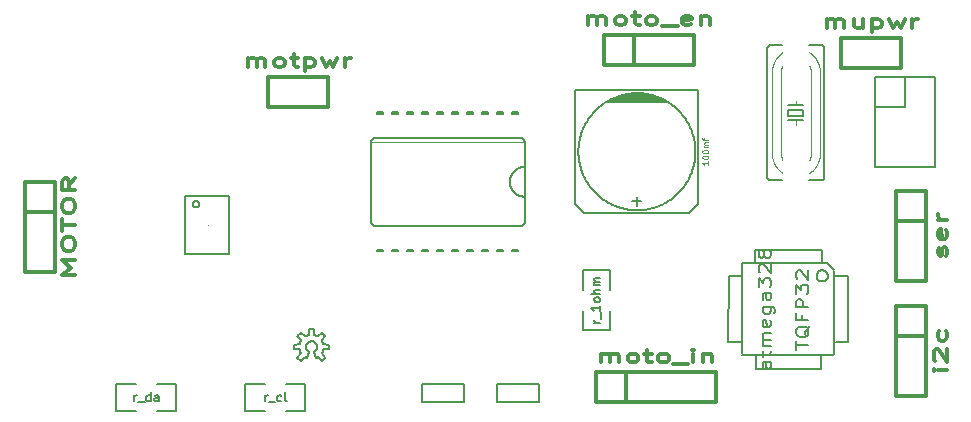
<source format=gto>
G04 ( created by brdgerber.py ( brdgerber.py v0.1 2014-03-12 ) ) date 2021-04-12 03:08:51 EDT*
G04 Gerber Fmt 3.4, Leading zero omitted, Abs format*
%MOIN*%
%FSLAX34Y34*%
G01*
G70*
G90*
G04 APERTURE LIST*
%ADD10C,0.0400*%
%ADD14C,0.0080*%
%ADD13C,0.0050*%
%ADD28C,0.0000*%
%ADD31C,0.0047*%
%ADD21R,0.0629X0.0709*%
%ADD15C,0.0060*%
%ADD24C,0.0160*%
%ADD27R,0.0709X0.0629*%
%ADD29C,0.0059*%
%ADD26C,0.0012*%
%ADD25R,0.0472X0.0275*%
%ADD23C,0.0020*%
%ADD18C,0.0550*%
%ADD32R,0.0177X0.0787*%
%ADD22R,0.0260X0.0800*%
%ADD30R,0.0945X0.1575*%
%ADD39R,0.0600X0.0800*%
%ADD17R,0.0550X0.0550*%
%ADD35R,0.0800X0.0600*%
%ADD34C,0.1500*%
%ADD20C,0.0472*%
%ADD12R,0.0866X0.0236*%
%ADD33R,0.0787X0.0177*%
%ADD16C,0.0100*%
%ADD19C,0.0120*%
%ADD11C,0.0200*%
%ADD37R,0.0760X0.2100*%
%ADD36C,0.0471*%
%ADD38C,0.1200*%
G04 APERTURE END LIST*
G54D10*
D13*
G01X02408Y19734D02*
G01X02408Y17806D01*
D13*
G01X02408Y17806D02*
G01X00952Y17806D01*
D13*
G01X00952Y17806D02*
G01X00952Y19734D01*
D13*
G01X00952Y19734D02*
G01X02408Y19734D01*
D13*
G01X01418Y19458D02*
G01X01418Y19458D01*
G01X01418Y19461D01*
G01X01418Y19463D01*
G01X01418Y19466D01*
G01X01417Y19469D01*
G01X01417Y19472D01*
G01X01417Y19474D01*
G01X01416Y19477D01*
G01X01416Y19480D01*
G01X01415Y19482D01*
G01X01415Y19485D01*
G01X01414Y19488D01*
G01X01413Y19490D01*
G01X01412Y19493D01*
G01X01412Y19495D01*
G01X01411Y19498D01*
G01X01410Y19500D01*
G01X01408Y19503D01*
G01X01407Y19505D01*
G01X01406Y19508D01*
G01X01405Y19510D01*
G01X01404Y19513D01*
G01X01402Y19515D01*
G01X01401Y19517D01*
G01X01399Y19520D01*
G01X01398Y19522D01*
G01X01396Y19524D01*
G01X01395Y19526D01*
G01X01393Y19528D01*
G01X01391Y19531D01*
G01X01389Y19533D01*
G01X01387Y19535D01*
G01X01385Y19536D01*
G01X01384Y19538D01*
G01X01382Y19540D01*
G01X01380Y19542D01*
G01X01377Y19544D01*
G01X01375Y19546D01*
G01X01373Y19547D01*
G01X01371Y19549D01*
G01X01369Y19550D01*
G01X01366Y19552D01*
G01X01364Y19553D01*
G01X01362Y19555D01*
G01X01359Y19556D01*
G01X01357Y19557D01*
G01X01354Y19558D01*
G01X01352Y19559D01*
G01X01349Y19561D01*
G01X01347Y19562D01*
G01X01344Y19563D01*
G01X01342Y19563D01*
G01X01339Y19564D01*
G01X01337Y19565D01*
G01X01334Y19566D01*
G01X01331Y19566D01*
G01X01329Y19567D01*
G01X01326Y19567D01*
G01X01323Y19568D01*
G01X01321Y19568D01*
G01X01318Y19568D01*
G01X01315Y19569D01*
G01X01312Y19569D01*
G01X01310Y19569D01*
G01X01307Y19569D01*
G01X01304Y19569D01*
G01X01302Y19569D01*
G01X01299Y19569D01*
G01X01296Y19568D01*
G01X01293Y19568D01*
G01X01291Y19568D01*
G01X01288Y19567D01*
G01X01285Y19567D01*
G01X01283Y19566D01*
G01X01280Y19566D01*
G01X01277Y19565D01*
G01X01275Y19564D01*
G01X01272Y19563D01*
G01X01270Y19563D01*
G01X01267Y19562D01*
G01X01265Y19561D01*
G01X01262Y19559D01*
G01X01260Y19558D01*
G01X01257Y19557D01*
G01X01255Y19556D01*
G01X01252Y19555D01*
G01X01250Y19553D01*
G01X01248Y19552D01*
G01X01245Y19550D01*
G01X01243Y19549D01*
G01X01241Y19547D01*
G01X01239Y19546D01*
G01X01237Y19544D01*
G01X01234Y19542D01*
G01X01232Y19540D01*
G01X01230Y19538D01*
G01X01229Y19536D01*
G01X01227Y19535D01*
G01X01225Y19533D01*
G01X01223Y19531D01*
G01X01221Y19528D01*
G01X01219Y19526D01*
G01X01218Y19524D01*
G01X01216Y19522D01*
G01X01215Y19520D01*
G01X01213Y19517D01*
G01X01212Y19515D01*
G01X01210Y19513D01*
G01X01209Y19510D01*
G01X01208Y19508D01*
G01X01207Y19505D01*
G01X01206Y19503D01*
G01X01204Y19500D01*
G01X01203Y19498D01*
G01X01202Y19495D01*
G01X01202Y19493D01*
G01X01201Y19490D01*
G01X01200Y19488D01*
G01X01199Y19485D01*
G01X01199Y19482D01*
G01X01198Y19480D01*
G01X01198Y19477D01*
G01X01197Y19474D01*
G01X01197Y19472D01*
G01X01197Y19469D01*
G01X01196Y19466D01*
G01X01196Y19463D01*
G01X01196Y19461D01*
G01X01196Y19458D01*
G01X01196Y19455D01*
G01X01196Y19453D01*
G01X01196Y19450D01*
G01X01197Y19447D01*
G01X01197Y19444D01*
G01X01197Y19442D01*
G01X01198Y19439D01*
G01X01198Y19436D01*
G01X01199Y19434D01*
G01X01199Y19431D01*
G01X01200Y19428D01*
G01X01201Y19426D01*
G01X01202Y19423D01*
G01X01202Y19421D01*
G01X01203Y19418D01*
G01X01204Y19416D01*
G01X01206Y19413D01*
G01X01207Y19411D01*
G01X01208Y19408D01*
G01X01209Y19406D01*
G01X01210Y19403D01*
G01X01212Y19401D01*
G01X01213Y19399D01*
G01X01215Y19396D01*
G01X01216Y19394D01*
G01X01218Y19392D01*
G01X01219Y19390D01*
G01X01221Y19388D01*
G01X01223Y19385D01*
G01X01225Y19383D01*
G01X01227Y19381D01*
G01X01229Y19380D01*
G01X01230Y19378D01*
G01X01232Y19376D01*
G01X01234Y19374D01*
G01X01237Y19372D01*
G01X01239Y19370D01*
G01X01241Y19369D01*
G01X01243Y19367D01*
G01X01245Y19366D01*
G01X01248Y19364D01*
G01X01250Y19363D01*
G01X01252Y19361D01*
G01X01255Y19360D01*
G01X01257Y19359D01*
G01X01260Y19358D01*
G01X01262Y19357D01*
G01X01265Y19355D01*
G01X01267Y19354D01*
G01X01270Y19353D01*
G01X01272Y19353D01*
G01X01275Y19352D01*
G01X01277Y19351D01*
G01X01280Y19350D01*
G01X01283Y19350D01*
G01X01285Y19349D01*
G01X01288Y19349D01*
G01X01291Y19348D01*
G01X01293Y19348D01*
G01X01296Y19348D01*
G01X01299Y19347D01*
G01X01302Y19347D01*
G01X01304Y19347D01*
G01X01307Y19347D01*
G01X01310Y19347D01*
G01X01312Y19347D01*
G01X01315Y19347D01*
G01X01318Y19348D01*
G01X01321Y19348D01*
G01X01323Y19348D01*
G01X01326Y19349D01*
G01X01329Y19349D01*
G01X01331Y19350D01*
G01X01334Y19350D01*
G01X01337Y19351D01*
G01X01339Y19352D01*
G01X01342Y19353D01*
G01X01344Y19353D01*
G01X01347Y19354D01*
G01X01349Y19355D01*
G01X01352Y19357D01*
G01X01354Y19358D01*
G01X01357Y19359D01*
G01X01359Y19360D01*
G01X01362Y19361D01*
G01X01364Y19363D01*
G01X01366Y19364D01*
G01X01369Y19366D01*
G01X01371Y19367D01*
G01X01373Y19369D01*
G01X01375Y19370D01*
G01X01377Y19372D01*
G01X01380Y19374D01*
G01X01382Y19376D01*
G01X01384Y19378D01*
G01X01385Y19380D01*
G01X01387Y19381D01*
G01X01389Y19383D01*
G01X01391Y19385D01*
G01X01393Y19388D01*
G01X01395Y19390D01*
G01X01396Y19392D01*
G01X01398Y19394D01*
G01X01399Y19396D01*
G01X01401Y19399D01*
G01X01402Y19401D01*
G01X01404Y19403D01*
G01X01405Y19406D01*
G01X01406Y19408D01*
G01X01407Y19411D01*
G01X01408Y19413D01*
G01X01410Y19416D01*
G01X01411Y19418D01*
G01X01412Y19421D01*
G01X01412Y19423D01*
G01X01413Y19426D01*
G01X01414Y19428D01*
G01X01415Y19431D01*
G01X01415Y19434D01*
G01X01416Y19436D01*
G01X01416Y19439D01*
G01X01417Y19442D01*
G01X01417Y19444D01*
G01X01417Y19447D01*
G01X01418Y19450D01*
G01X01418Y19453D01*
G01X01418Y19455D01*
G01X01418Y19458D01*
D19*
G01X22800Y24000D02*
G01X22800Y25000D01*
D19*
G01X22800Y25000D02*
G01X24800Y25000D01*
D19*
G01X24800Y25000D02*
G01X24800Y24000D01*
D19*
G01X24800Y24000D02*
G01X22800Y24000D01*
D19*
G01X22325Y25327D02*
G01X22325Y25612D01*
D19*
G01X22325Y25571D02*
G01X22357Y25592D01*
G01X22422Y25612D01*
G01X22519Y25612D01*
G01X22584Y25592D01*
G01X22616Y25551D01*
G01X22616Y25327D01*
D19*
G01X22616Y25551D02*
G01X22649Y25592D01*
G01X22714Y25612D01*
G01X22811Y25612D01*
G01X22876Y25592D01*
G01X22908Y25551D01*
G01X22908Y25327D01*
D19*
G01X23524Y25612D02*
G01X23524Y25327D01*
D19*
G01X23233Y25612D02*
G01X23233Y25388D01*
G01X23265Y25347D01*
G01X23330Y25327D01*
G01X23427Y25327D01*
G01X23492Y25347D01*
G01X23524Y25368D01*
D19*
G01X23849Y25612D02*
G01X23849Y25184D01*
D19*
G01X23849Y25592D02*
G01X23914Y25612D01*
G01X24043Y25612D01*
G01X24108Y25592D01*
G01X24141Y25571D01*
G01X24173Y25531D01*
G01X24173Y25408D01*
G01X24141Y25368D01*
G01X24108Y25347D01*
G01X24043Y25327D01*
G01X23914Y25327D01*
G01X23849Y25347D01*
D19*
G01X24400Y25612D02*
G01X24530Y25327D01*
G01X24659Y25531D01*
G01X24789Y25327D01*
G01X24919Y25612D01*
D19*
G01X25178Y25327D02*
G01X25178Y25612D01*
D19*
G01X25178Y25531D02*
G01X25211Y25571D01*
G01X25243Y25592D01*
G01X25308Y25612D01*
G01X25373Y25612D01*
D19*
G01X14650Y13850D02*
G01X14650Y13850D01*
D19*
G01X14650Y12850D02*
G01X14650Y13850D01*
D19*
G01X14650Y13850D02*
G01X14650Y13850D01*
D19*
G01X14650Y13850D02*
G01X18650Y13850D01*
D19*
G01X18650Y13850D02*
G01X18650Y12850D01*
D19*
G01X18650Y12850D02*
G01X14650Y12850D01*
D19*
G01X15650Y12850D02*
G01X15650Y13850D01*
D19*
G01X14812Y14177D02*
G01X14812Y14462D01*
D19*
G01X14812Y14421D02*
G01X14845Y14442D01*
G01X14910Y14462D01*
G01X15008Y14462D01*
G01X15073Y14442D01*
G01X15105Y14401D01*
G01X15105Y14177D01*
D19*
G01X15105Y14401D02*
G01X15138Y14442D01*
G01X15203Y14462D01*
G01X15300Y14462D01*
G01X15365Y14442D01*
G01X15398Y14401D01*
G01X15398Y14177D01*
D19*
G01X15821Y14177D02*
G01X15756Y14197D01*
G01X15723Y14218D01*
G01X15691Y14258D01*
G01X15691Y14381D01*
G01X15723Y14421D01*
G01X15756Y14442D01*
G01X15821Y14462D01*
G01X15918Y14462D01*
G01X15983Y14442D01*
G01X16016Y14421D01*
G01X16048Y14381D01*
G01X16048Y14258D01*
G01X16016Y14218D01*
G01X15983Y14197D01*
G01X15918Y14177D01*
G01X15821Y14177D01*
D19*
G01X16243Y14462D02*
G01X16504Y14462D01*
D19*
G01X16341Y14605D02*
G01X16341Y14238D01*
G01X16374Y14197D01*
G01X16439Y14177D01*
G01X16504Y14177D01*
D19*
G01X16829Y14177D02*
G01X16764Y14197D01*
G01X16731Y14218D01*
G01X16699Y14258D01*
G01X16699Y14381D01*
G01X16731Y14421D01*
G01X16764Y14442D01*
G01X16829Y14462D01*
G01X16926Y14462D01*
G01X16991Y14442D01*
G01X17024Y14421D01*
G01X17057Y14381D01*
G01X17057Y14258D01*
G01X17024Y14218D01*
G01X16991Y14197D01*
G01X16926Y14177D01*
G01X16829Y14177D01*
D19*
G01X17187Y14136D02*
G01X17707Y14136D01*
D19*
G01X17870Y14177D02*
G01X17870Y14462D01*
D19*
G01X17870Y14605D02*
G01X17837Y14584D01*
G01X17870Y14564D01*
G01X17902Y14584D01*
G01X17870Y14605D01*
G01X17870Y14564D01*
D19*
G01X18195Y14462D02*
G01X18195Y14177D01*
D19*
G01X18195Y14421D02*
G01X18227Y14442D01*
G01X18292Y14462D01*
G01X18390Y14462D01*
G01X18455Y14442D01*
G01X18488Y14401D01*
G01X18488Y14177D01*
D19*
G01X24650Y16050D02*
G01X25650Y16050D01*
D19*
G01X25650Y16050D02*
G01X25650Y13050D01*
D19*
G01X25650Y13050D02*
G01X24650Y13050D01*
D19*
G01X24650Y13050D02*
G01X24650Y16050D01*
D19*
G01X25650Y15050D02*
G01X24650Y15050D01*
D19*
G01X26322Y13912D02*
G01X26039Y13912D01*
D19*
G01X25898Y13912D02*
G01X25918Y13879D01*
G01X25938Y13912D01*
G01X25918Y13946D01*
G01X25898Y13912D01*
G01X25938Y13912D01*
D19*
G01X25938Y14214D02*
G01X25918Y14248D01*
G01X25898Y14315D01*
G01X25898Y14483D01*
G01X25918Y14550D01*
G01X25938Y14584D01*
G01X25978Y14617D01*
G01X26019Y14617D01*
G01X26079Y14584D01*
G01X26322Y14181D01*
G01X26322Y14617D01*
D19*
G01X26301Y15221D02*
G01X26322Y15154D01*
G01X26322Y15020D01*
G01X26301Y14953D01*
G01X26281Y14919D01*
G01X26241Y14886D01*
G01X26120Y14886D01*
G01X26079Y14919D01*
G01X26059Y14953D01*
G01X26039Y15020D01*
G01X26039Y15154D01*
G01X26059Y15221D01*
D19*
G01X14900Y24100D02*
G01X14900Y25100D01*
D19*
G01X14900Y25100D02*
G01X17900Y25100D01*
D19*
G01X17900Y25100D02*
G01X17900Y24100D01*
D19*
G01X17900Y24100D02*
G01X14900Y24100D01*
D19*
G01X15900Y25100D02*
G01X15900Y24100D01*
D19*
G01X14369Y25428D02*
G01X14369Y25711D01*
D19*
G01X14369Y25671D02*
G01X14403Y25691D01*
G01X14470Y25711D01*
G01X14570Y25711D01*
G01X14638Y25691D01*
G01X14671Y25650D01*
G01X14671Y25428D01*
D19*
G01X14671Y25650D02*
G01X14705Y25691D01*
G01X14772Y25711D01*
G01X14872Y25711D01*
G01X14940Y25691D01*
G01X14973Y25650D01*
G01X14973Y25428D01*
D19*
G01X15410Y25428D02*
G01X15342Y25449D01*
G01X15309Y25469D01*
G01X15275Y25509D01*
G01X15275Y25630D01*
G01X15309Y25671D01*
G01X15342Y25691D01*
G01X15410Y25711D01*
G01X15510Y25711D01*
G01X15577Y25691D01*
G01X15611Y25671D01*
G01X15645Y25630D01*
G01X15645Y25509D01*
G01X15611Y25469D01*
G01X15577Y25449D01*
G01X15510Y25428D01*
G01X15410Y25428D01*
D19*
G01X15846Y25711D02*
G01X16115Y25711D01*
D19*
G01X15947Y25852D02*
G01X15947Y25489D01*
G01X15980Y25449D01*
G01X16048Y25428D01*
G01X16115Y25428D01*
D19*
G01X16450Y25428D02*
G01X16383Y25449D01*
G01X16350Y25469D01*
G01X16316Y25509D01*
G01X16316Y25630D01*
G01X16350Y25671D01*
G01X16383Y25691D01*
G01X16450Y25711D01*
G01X16551Y25711D01*
G01X16618Y25691D01*
G01X16652Y25671D01*
G01X16685Y25630D01*
G01X16685Y25509D01*
G01X16652Y25469D01*
G01X16618Y25449D01*
G01X16551Y25428D01*
G01X16450Y25428D01*
D19*
G01X16820Y25388D02*
G01X17357Y25388D01*
D19*
G01X17793Y25449D02*
G01X17726Y25428D01*
G01X17592Y25428D01*
G01X17525Y25449D01*
G01X17491Y25489D01*
G01X17491Y25650D01*
G01X17525Y25691D01*
G01X17592Y25711D01*
G01X17726Y25711D01*
G01X17793Y25691D01*
G01X17827Y25650D01*
G01X17827Y25610D01*
G01X17491Y25570D01*
D19*
G01X18129Y25711D02*
G01X18129Y25428D01*
D19*
G01X18129Y25671D02*
G01X18162Y25691D01*
G01X18230Y25711D01*
G01X18330Y25711D01*
G01X18397Y25691D01*
G01X18431Y25650D01*
G01X18431Y25428D01*
D15*
G01X07290Y18730D02*
G01X12110Y18730D01*
D15*
G01X07290Y21670D02*
G01X07286Y21670D01*
G01X07283Y21670D01*
G01X07279Y21670D01*
G01X07275Y21669D01*
G01X07272Y21669D01*
G01X07268Y21668D01*
G01X07264Y21668D01*
G01X07261Y21667D01*
G01X07257Y21666D01*
G01X07254Y21666D01*
G01X07250Y21665D01*
G01X07246Y21664D01*
G01X07243Y21662D01*
G01X07239Y21661D01*
G01X07236Y21660D01*
G01X07233Y21659D01*
G01X07229Y21657D01*
G01X07226Y21656D01*
G01X07223Y21654D01*
G01X07219Y21652D01*
G01X07216Y21651D01*
G01X07213Y21649D01*
G01X07210Y21647D01*
G01X07207Y21645D01*
G01X07204Y21643D01*
G01X07201Y21640D01*
G01X07198Y21638D01*
G01X07195Y21636D01*
G01X07192Y21634D01*
G01X07189Y21631D01*
G01X07187Y21629D01*
G01X07184Y21626D01*
G01X07181Y21623D01*
G01X07179Y21621D01*
G01X07176Y21618D01*
G01X07174Y21615D01*
G01X07172Y21612D01*
G01X07170Y21609D01*
G01X07167Y21606D01*
G01X07165Y21603D01*
G01X07163Y21600D01*
G01X07161Y21597D01*
G01X07159Y21594D01*
G01X07158Y21591D01*
G01X07156Y21587D01*
G01X07154Y21584D01*
G01X07153Y21581D01*
G01X07151Y21577D01*
G01X07150Y21574D01*
G01X07149Y21571D01*
G01X07148Y21567D01*
G01X07146Y21564D01*
G01X07145Y21560D01*
G01X07144Y21556D01*
G01X07144Y21553D01*
G01X07143Y21549D01*
G01X07142Y21546D01*
G01X07142Y21542D01*
G01X07141Y21538D01*
G01X07141Y21535D01*
G01X07140Y21531D01*
G01X07140Y21527D01*
G01X07140Y21524D01*
G01X07140Y21520D01*
D15*
G01X12260Y18880D02*
G01X12260Y18876D01*
G01X12260Y18873D01*
G01X12260Y18869D01*
G01X12259Y18865D01*
G01X12259Y18862D01*
G01X12258Y18858D01*
G01X12258Y18854D01*
G01X12257Y18851D01*
G01X12256Y18847D01*
G01X12256Y18844D01*
G01X12255Y18840D01*
G01X12254Y18836D01*
G01X12252Y18833D01*
G01X12251Y18829D01*
G01X12250Y18826D01*
G01X12249Y18823D01*
G01X12247Y18819D01*
G01X12246Y18816D01*
G01X12244Y18813D01*
G01X12242Y18809D01*
G01X12241Y18806D01*
G01X12239Y18803D01*
G01X12237Y18800D01*
G01X12235Y18797D01*
G01X12233Y18794D01*
G01X12230Y18791D01*
G01X12228Y18788D01*
G01X12226Y18785D01*
G01X12224Y18782D01*
G01X12221Y18779D01*
G01X12219Y18777D01*
G01X12216Y18774D01*
G01X12213Y18771D01*
G01X12211Y18769D01*
G01X12208Y18766D01*
G01X12205Y18764D01*
G01X12202Y18762D01*
G01X12199Y18760D01*
G01X12196Y18757D01*
G01X12193Y18755D01*
G01X12190Y18753D01*
G01X12187Y18751D01*
G01X12184Y18749D01*
G01X12181Y18748D01*
G01X12177Y18746D01*
G01X12174Y18744D01*
G01X12171Y18743D01*
G01X12167Y18741D01*
G01X12164Y18740D01*
G01X12161Y18739D01*
G01X12157Y18738D01*
G01X12154Y18736D01*
G01X12150Y18735D01*
G01X12146Y18734D01*
G01X12143Y18734D01*
G01X12139Y18733D01*
G01X12136Y18732D01*
G01X12132Y18732D01*
G01X12128Y18731D01*
G01X12125Y18731D01*
G01X12121Y18730D01*
G01X12117Y18730D01*
G01X12114Y18730D01*
G01X12110Y18730D01*
D15*
G01X07290Y18730D02*
G01X07286Y18730D01*
G01X07283Y18730D01*
G01X07279Y18730D01*
G01X07275Y18731D01*
G01X07272Y18731D01*
G01X07268Y18732D01*
G01X07264Y18732D01*
G01X07261Y18733D01*
G01X07257Y18734D01*
G01X07254Y18734D01*
G01X07250Y18735D01*
G01X07246Y18736D01*
G01X07243Y18738D01*
G01X07239Y18739D01*
G01X07236Y18740D01*
G01X07233Y18741D01*
G01X07229Y18743D01*
G01X07226Y18744D01*
G01X07223Y18746D01*
G01X07219Y18748D01*
G01X07216Y18749D01*
G01X07213Y18751D01*
G01X07210Y18753D01*
G01X07207Y18755D01*
G01X07204Y18757D01*
G01X07201Y18760D01*
G01X07198Y18762D01*
G01X07195Y18764D01*
G01X07192Y18766D01*
G01X07189Y18769D01*
G01X07187Y18771D01*
G01X07184Y18774D01*
G01X07181Y18777D01*
G01X07179Y18779D01*
G01X07176Y18782D01*
G01X07174Y18785D01*
G01X07172Y18788D01*
G01X07170Y18791D01*
G01X07167Y18794D01*
G01X07165Y18797D01*
G01X07163Y18800D01*
G01X07161Y18803D01*
G01X07159Y18806D01*
G01X07158Y18809D01*
G01X07156Y18813D01*
G01X07154Y18816D01*
G01X07153Y18819D01*
G01X07151Y18823D01*
G01X07150Y18826D01*
G01X07149Y18829D01*
G01X07148Y18833D01*
G01X07146Y18836D01*
G01X07145Y18840D01*
G01X07144Y18844D01*
G01X07144Y18847D01*
G01X07143Y18851D01*
G01X07142Y18854D01*
G01X07142Y18858D01*
G01X07141Y18862D01*
G01X07141Y18865D01*
G01X07140Y18869D01*
G01X07140Y18873D01*
G01X07140Y18876D01*
G01X07140Y18880D01*
D15*
G01X12260Y21520D02*
G01X12260Y21524D01*
G01X12260Y21527D01*
G01X12260Y21531D01*
G01X12259Y21535D01*
G01X12259Y21538D01*
G01X12258Y21542D01*
G01X12258Y21546D01*
G01X12257Y21549D01*
G01X12256Y21553D01*
G01X12256Y21556D01*
G01X12255Y21560D01*
G01X12254Y21564D01*
G01X12252Y21567D01*
G01X12251Y21571D01*
G01X12250Y21574D01*
G01X12249Y21577D01*
G01X12247Y21581D01*
G01X12246Y21584D01*
G01X12244Y21587D01*
G01X12242Y21591D01*
G01X12241Y21594D01*
G01X12239Y21597D01*
G01X12237Y21600D01*
G01X12235Y21603D01*
G01X12233Y21606D01*
G01X12230Y21609D01*
G01X12228Y21612D01*
G01X12226Y21615D01*
G01X12224Y21618D01*
G01X12221Y21621D01*
G01X12219Y21623D01*
G01X12216Y21626D01*
G01X12213Y21629D01*
G01X12211Y21631D01*
G01X12208Y21634D01*
G01X12205Y21636D01*
G01X12202Y21638D01*
G01X12199Y21640D01*
G01X12196Y21643D01*
G01X12193Y21645D01*
G01X12190Y21647D01*
G01X12187Y21649D01*
G01X12184Y21651D01*
G01X12181Y21652D01*
G01X12177Y21654D01*
G01X12174Y21656D01*
G01X12171Y21657D01*
G01X12167Y21659D01*
G01X12164Y21660D01*
G01X12161Y21661D01*
G01X12157Y21662D01*
G01X12154Y21664D01*
G01X12150Y21665D01*
G01X12146Y21666D01*
G01X12143Y21666D01*
G01X12139Y21667D01*
G01X12136Y21668D01*
G01X12132Y21668D01*
G01X12128Y21669D01*
G01X12125Y21669D01*
G01X12121Y21670D01*
G01X12117Y21670D01*
G01X12114Y21670D01*
G01X12110Y21670D01*
D15*
G01X12110Y21670D02*
G01X07290Y21670D01*
D15*
G01X07140Y21520D02*
G01X07140Y18880D01*
D15*
G01X12260Y18880D02*
G01X12260Y19700D01*
D15*
G01X12260Y19700D02*
G01X12260Y20700D01*
D15*
G01X12260Y20700D02*
G01X12260Y21520D01*
D23*
G01X12250Y21530D02*
G01X07150Y21530D01*
D15*
G01X12260Y19700D02*
G01X12235Y19701D01*
G01X12211Y19702D01*
G01X12187Y19705D01*
G01X12162Y19710D01*
G01X12139Y19715D01*
G01X12115Y19722D01*
G01X12092Y19729D01*
G01X12069Y19738D01*
G01X12046Y19748D01*
G01X12024Y19759D01*
G01X12003Y19771D01*
G01X11982Y19784D01*
G01X11962Y19798D01*
G01X11943Y19813D01*
G01X11924Y19830D01*
G01X11906Y19846D01*
G01X11890Y19864D01*
G01X11873Y19883D01*
G01X11858Y19902D01*
G01X11844Y19922D01*
G01X11831Y19943D01*
G01X11819Y19964D01*
G01X11808Y19986D01*
G01X11798Y20009D01*
G01X11789Y20032D01*
G01X11782Y20055D01*
G01X11775Y20079D01*
G01X11770Y20102D01*
G01X11765Y20127D01*
G01X11762Y20151D01*
G01X11761Y20175D01*
G01X11760Y20200D01*
G01X11761Y20225D01*
G01X11762Y20249D01*
G01X11765Y20273D01*
G01X11770Y20298D01*
G01X11775Y20321D01*
G01X11782Y20345D01*
G01X11789Y20368D01*
G01X11798Y20391D01*
G01X11808Y20414D01*
G01X11819Y20436D01*
G01X11831Y20457D01*
G01X11844Y20478D01*
G01X11858Y20498D01*
G01X11873Y20517D01*
G01X11890Y20536D01*
G01X11906Y20554D01*
G01X11924Y20570D01*
G01X11943Y20587D01*
G01X11962Y20602D01*
G01X11982Y20616D01*
G01X12003Y20629D01*
G01X12024Y20641D01*
G01X12046Y20652D01*
G01X12069Y20662D01*
G01X12092Y20671D01*
G01X12115Y20678D01*
G01X12139Y20685D01*
G01X12162Y20690D01*
G01X12187Y20695D01*
G01X12211Y20698D01*
G01X12235Y20699D01*
G01X12260Y20700D01*
D13*
G01X12050Y22520D02*
G01X11850Y22520D01*
D13*
G01X11850Y22520D02*
G01X11850Y22470D01*
D13*
G01X11850Y22470D02*
G01X12050Y22470D01*
D13*
G01X12050Y22470D02*
G01X12050Y22520D01*
D13*
G01X11550Y22520D02*
G01X11350Y22520D01*
D13*
G01X11350Y22520D02*
G01X11350Y22470D01*
D13*
G01X11350Y22470D02*
G01X11550Y22470D01*
D13*
G01X11550Y22470D02*
G01X11550Y22520D01*
D13*
G01X11050Y22520D02*
G01X10850Y22520D01*
D13*
G01X10850Y22520D02*
G01X10850Y22470D01*
D13*
G01X10850Y22470D02*
G01X11050Y22470D01*
D13*
G01X11050Y22470D02*
G01X11050Y22520D01*
D13*
G01X10550Y22520D02*
G01X10350Y22520D01*
D13*
G01X10350Y22520D02*
G01X10350Y22470D01*
D13*
G01X10350Y22470D02*
G01X10550Y22470D01*
D13*
G01X10550Y22470D02*
G01X10550Y22520D01*
D13*
G01X10050Y22520D02*
G01X09850Y22520D01*
D13*
G01X09850Y22520D02*
G01X09850Y22470D01*
D13*
G01X09850Y22470D02*
G01X10050Y22470D01*
D13*
G01X10050Y22470D02*
G01X10050Y22520D01*
D13*
G01X09550Y22520D02*
G01X09350Y22520D01*
D13*
G01X09350Y22520D02*
G01X09350Y22470D01*
D13*
G01X09350Y22470D02*
G01X09550Y22470D01*
D13*
G01X09550Y22470D02*
G01X09550Y22520D01*
D13*
G01X09050Y22520D02*
G01X08850Y22520D01*
D13*
G01X08850Y22520D02*
G01X08850Y22470D01*
D13*
G01X08850Y22470D02*
G01X09050Y22470D01*
D13*
G01X09050Y22470D02*
G01X09050Y22520D01*
D13*
G01X08550Y22520D02*
G01X08350Y22520D01*
D13*
G01X08350Y22520D02*
G01X08350Y22470D01*
D13*
G01X08350Y22470D02*
G01X08550Y22470D01*
D13*
G01X08550Y22470D02*
G01X08550Y22520D01*
D13*
G01X12050Y17930D02*
G01X11850Y17930D01*
D13*
G01X11850Y17930D02*
G01X11850Y17880D01*
D13*
G01X11850Y17880D02*
G01X12050Y17880D01*
D13*
G01X12050Y17880D02*
G01X12050Y17930D01*
D13*
G01X11550Y17930D02*
G01X11350Y17930D01*
D13*
G01X11350Y17930D02*
G01X11350Y17880D01*
D13*
G01X11350Y17880D02*
G01X11550Y17880D01*
D13*
G01X11550Y17880D02*
G01X11550Y17930D01*
D13*
G01X11050Y17930D02*
G01X10850Y17930D01*
D13*
G01X10850Y17930D02*
G01X10850Y17880D01*
D13*
G01X10850Y17880D02*
G01X11050Y17880D01*
D13*
G01X11050Y17880D02*
G01X11050Y17930D01*
D13*
G01X10550Y17930D02*
G01X10350Y17930D01*
D13*
G01X10350Y17930D02*
G01X10350Y17880D01*
D13*
G01X10350Y17880D02*
G01X10550Y17880D01*
D13*
G01X10550Y17880D02*
G01X10550Y17930D01*
D13*
G01X10050Y17930D02*
G01X09850Y17930D01*
D13*
G01X09850Y17930D02*
G01X09850Y17880D01*
D13*
G01X09850Y17880D02*
G01X10050Y17880D01*
D13*
G01X10050Y17880D02*
G01X10050Y17930D01*
D13*
G01X09550Y17930D02*
G01X09350Y17930D01*
D13*
G01X09350Y17930D02*
G01X09350Y17880D01*
D13*
G01X09350Y17880D02*
G01X09550Y17880D01*
D13*
G01X09550Y17880D02*
G01X09550Y17930D01*
D13*
G01X09050Y17930D02*
G01X08850Y17930D01*
D13*
G01X08850Y17930D02*
G01X08850Y17880D01*
D13*
G01X08850Y17880D02*
G01X09050Y17880D01*
D13*
G01X09050Y17880D02*
G01X09050Y17930D01*
D13*
G01X08550Y17930D02*
G01X08350Y17930D01*
D13*
G01X08350Y17930D02*
G01X08350Y17880D01*
D13*
G01X08350Y17880D02*
G01X08550Y17880D01*
D13*
G01X08550Y17880D02*
G01X08550Y17930D01*
D13*
G01X08050Y17930D02*
G01X07850Y17930D01*
D13*
G01X07850Y17930D02*
G01X07850Y17880D01*
D13*
G01X07850Y17880D02*
G01X08050Y17880D01*
D13*
G01X08050Y17880D02*
G01X08050Y17930D01*
D13*
G01X07550Y17930D02*
G01X07350Y17930D01*
D13*
G01X07350Y17930D02*
G01X07350Y17880D01*
D13*
G01X07350Y17880D02*
G01X07550Y17880D01*
D13*
G01X07550Y17880D02*
G01X07550Y17930D01*
D13*
G01X08050Y22520D02*
G01X07850Y22520D01*
D13*
G01X07850Y22520D02*
G01X07850Y22470D01*
D13*
G01X07850Y22470D02*
G01X08050Y22470D01*
D13*
G01X08050Y22470D02*
G01X08050Y22520D01*
D13*
G01X07550Y22520D02*
G01X07350Y22520D01*
D13*
G01X07350Y22520D02*
G01X07350Y22470D01*
D13*
G01X07350Y22470D02*
G01X07550Y22470D01*
D13*
G01X07550Y22470D02*
G01X07550Y22520D01*
D13*
G01X12750Y12850D02*
G01X11350Y12850D01*
D13*
G01X11350Y12850D02*
G01X11350Y13450D01*
D13*
G01X11350Y13450D02*
G01X12750Y13450D01*
D13*
G01X12750Y13450D02*
G01X12750Y12850D01*
D19*
G01X03700Y22700D02*
G01X03700Y23700D01*
D19*
G01X03700Y23700D02*
G01X05700Y23700D01*
D19*
G01X05700Y23700D02*
G01X05700Y22700D01*
D19*
G01X05700Y22700D02*
G01X03700Y22700D01*
D19*
G01X03030Y24027D02*
G01X03030Y24312D01*
D19*
G01X03030Y24271D02*
G01X03062Y24292D01*
G01X03127Y24312D01*
G01X03225Y24312D01*
G01X03289Y24292D01*
G01X03322Y24251D01*
G01X03322Y24027D01*
D19*
G01X03322Y24251D02*
G01X03354Y24292D01*
G01X03419Y24312D01*
G01X03516Y24312D01*
G01X03581Y24292D01*
G01X03614Y24251D01*
G01X03614Y24027D01*
D19*
G01X04035Y24027D02*
G01X03970Y24047D01*
G01X03938Y24068D01*
G01X03906Y24108D01*
G01X03906Y24231D01*
G01X03938Y24271D01*
G01X03970Y24292D01*
G01X04035Y24312D01*
G01X04133Y24312D01*
G01X04197Y24292D01*
G01X04230Y24271D01*
G01X04262Y24231D01*
G01X04262Y24108D01*
G01X04230Y24068D01*
G01X04197Y24047D01*
G01X04133Y24027D01*
G01X04035Y24027D01*
D19*
G01X04457Y24312D02*
G01X04716Y24312D01*
D19*
G01X04554Y24455D02*
G01X04554Y24088D01*
G01X04587Y24047D01*
G01X04651Y24027D01*
G01X04716Y24027D01*
D19*
G01X04943Y24312D02*
G01X04943Y23884D01*
D19*
G01X04943Y24292D02*
G01X05008Y24312D01*
G01X05138Y24312D01*
G01X05203Y24292D01*
G01X05235Y24271D01*
G01X05268Y24231D01*
G01X05268Y24108D01*
G01X05235Y24068D01*
G01X05203Y24047D01*
G01X05138Y24027D01*
G01X05008Y24027D01*
G01X04943Y24047D01*
D19*
G01X05494Y24312D02*
G01X05624Y24027D01*
G01X05754Y24231D01*
G01X05884Y24027D01*
G01X06013Y24312D01*
D19*
G01X06273Y24027D02*
G01X06273Y24312D01*
D19*
G01X06273Y24231D02*
G01X06305Y24271D01*
G01X06338Y24292D01*
G01X06402Y24312D01*
G01X06467Y24312D01*
D19*
G01X-04400Y20200D02*
G01X-03400Y20200D01*
D19*
G01X-03400Y20200D02*
G01X-03400Y17200D01*
D19*
G01X-03400Y17200D02*
G01X-04400Y17200D01*
D19*
G01X-04400Y17200D02*
G01X-04400Y20200D01*
D19*
G01X-03400Y19200D02*
G01X-04400Y19200D01*
D19*
G01X-02728Y17105D02*
G01X-03152Y17105D01*
G01X-02850Y17340D01*
G01X-03152Y17575D01*
G01X-02728Y17575D01*
D19*
G01X-03152Y18045D02*
G01X-03152Y18180D01*
G01X-03132Y18247D01*
G01X-03092Y18314D01*
G01X-03011Y18348D01*
G01X-02870Y18348D01*
G01X-02789Y18314D01*
G01X-02749Y18247D01*
G01X-02728Y18180D01*
G01X-02728Y18045D01*
G01X-02749Y17978D01*
G01X-02789Y17911D01*
G01X-02870Y17877D01*
G01X-03011Y17877D01*
G01X-03092Y17911D01*
G01X-03132Y17978D01*
G01X-03152Y18045D01*
D19*
G01X-03152Y18549D02*
G01X-03152Y18952D01*
D19*
G01X-02728Y18750D02*
G01X-03152Y18750D01*
D19*
G01X-03152Y19321D02*
G01X-03152Y19455D01*
G01X-03132Y19523D01*
G01X-03092Y19590D01*
G01X-03011Y19623D01*
G01X-02870Y19623D01*
G01X-02789Y19590D01*
G01X-02749Y19523D01*
G01X-02728Y19455D01*
G01X-02728Y19321D01*
G01X-02749Y19254D01*
G01X-02789Y19187D01*
G01X-02870Y19153D01*
G01X-03011Y19153D01*
G01X-03092Y19187D01*
G01X-03132Y19254D01*
G01X-03152Y19321D01*
D19*
G01X-02728Y20328D02*
G01X-02930Y20093D01*
D19*
G01X-02728Y19925D02*
G01X-03152Y19925D01*
G01X-03152Y20194D01*
G01X-03132Y20261D01*
G01X-03112Y20295D01*
G01X-03072Y20328D01*
G01X-03011Y20328D01*
G01X-02971Y20295D01*
G01X-02950Y20261D01*
G01X-02930Y20194D01*
G01X-02930Y19925D01*
D13*
G01X10250Y12850D02*
G01X08850Y12850D01*
D13*
G01X08850Y12850D02*
G01X08850Y13450D01*
D13*
G01X08850Y13450D02*
G01X10250Y13450D01*
D13*
G01X10250Y13450D02*
G01X10250Y12850D01*
D29*
G01X05305Y14325D02*
G01X05306Y14325D01*
G01X05307Y14326D01*
G01X05308Y14326D01*
G01X05309Y14327D01*
G01X05310Y14327D01*
G01X05311Y14327D01*
G01X05312Y14328D01*
G01X05313Y14328D01*
G01X05314Y14329D01*
G01X05315Y14329D01*
G01X05316Y14330D01*
G01X05316Y14330D01*
G01X05317Y14330D01*
G01X05318Y14331D01*
G01X05319Y14331D01*
G01X05320Y14332D01*
G01X05321Y14332D01*
G01X05322Y14333D01*
G01X05323Y14333D01*
G01X05324Y14333D01*
G01X05325Y14334D01*
G01X05326Y14334D01*
G01X05327Y14335D01*
G01X05328Y14335D01*
G01X05329Y14336D01*
G01X05330Y14336D01*
G01X05331Y14337D01*
G01X05331Y14337D01*
G01X05332Y14338D01*
G01X05333Y14338D01*
G01X05334Y14338D01*
G01X05335Y14339D01*
G01X05336Y14339D01*
G01X05337Y14340D01*
G01X05338Y14340D01*
G01X05339Y14341D01*
G01X05340Y14341D01*
G01X05341Y14342D01*
G01X05342Y14342D01*
G01X05343Y14343D01*
G01X05343Y14343D01*
G01X05344Y14344D01*
G01X05345Y14344D01*
G01X05346Y14345D01*
G01X05347Y14345D01*
G01X05348Y14346D01*
G01X05349Y14346D01*
G01X05350Y14347D01*
G01X05351Y14347D01*
G01X05352Y14348D01*
G01X05353Y14348D01*
G01X05353Y14349D01*
G01X05354Y14349D01*
G01X05355Y14350D01*
G01X05356Y14351D01*
G01X05357Y14351D01*
G01X05358Y14352D01*
G01X05359Y14352D01*
G01X05360Y14353D01*
G01X05361Y14353D01*
G01X05362Y14354D01*
G01X05362Y14354D01*
G01X05363Y14355D01*
G01X05364Y14355D01*
D29*
G01X05365Y14356D02*
G01X05513Y14235D01*
D29*
G01X05513Y14235D02*
G01X05615Y14337D01*
D29*
G01X05615Y14337D02*
G01X05494Y14485D01*
D29*
G01X05494Y14485D02*
G01X05495Y14487D01*
G01X05496Y14489D01*
G01X05497Y14490D01*
G01X05498Y14492D01*
G01X05499Y14494D01*
G01X05501Y14496D01*
G01X05502Y14498D01*
G01X05503Y14499D01*
G01X05504Y14501D01*
G01X05505Y14503D01*
G01X05506Y14505D01*
G01X05507Y14507D01*
G01X05508Y14509D01*
G01X05509Y14510D01*
G01X05510Y14512D01*
G01X05511Y14514D01*
G01X05512Y14516D01*
G01X05513Y14518D01*
G01X05513Y14520D01*
G01X05514Y14522D01*
G01X05515Y14524D01*
G01X05516Y14526D01*
G01X05517Y14527D01*
G01X05518Y14529D01*
G01X05519Y14531D01*
G01X05520Y14533D01*
G01X05521Y14535D01*
G01X05521Y14537D01*
G01X05522Y14539D01*
G01X05523Y14541D01*
G01X05524Y14543D01*
G01X05525Y14545D01*
G01X05526Y14547D01*
G01X05526Y14549D01*
G01X05527Y14551D01*
G01X05528Y14553D01*
G01X05529Y14554D01*
G01X05529Y14556D01*
G01X05530Y14558D01*
G01X05531Y14560D01*
G01X05532Y14562D01*
G01X05532Y14564D01*
G01X05533Y14566D01*
G01X05534Y14568D01*
G01X05534Y14570D01*
G01X05535Y14572D01*
G01X05536Y14574D01*
G01X05536Y14576D01*
G01X05537Y14578D01*
G01X05538Y14580D01*
G01X05538Y14582D01*
G01X05539Y14584D01*
G01X05539Y14586D01*
G01X05540Y14588D01*
G01X05541Y14590D01*
G01X05541Y14592D01*
G01X05542Y14594D01*
G01X05542Y14596D01*
G01X05543Y14599D01*
G01X05543Y14601D01*
G01X05544Y14603D01*
G01X05544Y14605D01*
G01X05545Y14607D01*
G01X05545Y14609D01*
D29*
G01X05545Y14609D02*
G01X05736Y14629D01*
D29*
G01X05736Y14629D02*
G01X05736Y14771D01*
D29*
G01X05736Y14771D02*
G01X05545Y14791D01*
D29*
G01X05545Y14791D02*
G01X05545Y14793D01*
G01X05544Y14795D01*
G01X05544Y14797D01*
G01X05543Y14799D01*
G01X05543Y14801D01*
G01X05542Y14803D01*
G01X05541Y14805D01*
G01X05541Y14807D01*
G01X05540Y14809D01*
G01X05540Y14811D01*
G01X05539Y14813D01*
G01X05539Y14815D01*
G01X05538Y14817D01*
G01X05537Y14819D01*
G01X05537Y14821D01*
G01X05536Y14823D01*
G01X05535Y14825D01*
G01X05535Y14827D01*
G01X05534Y14829D01*
G01X05533Y14831D01*
G01X05533Y14833D01*
G01X05532Y14835D01*
G01X05531Y14837D01*
G01X05531Y14839D01*
G01X05530Y14841D01*
G01X05529Y14843D01*
G01X05528Y14845D01*
G01X05528Y14847D01*
G01X05527Y14849D01*
G01X05526Y14851D01*
G01X05525Y14853D01*
G01X05525Y14855D01*
G01X05524Y14857D01*
G01X05523Y14859D01*
G01X05522Y14861D01*
G01X05521Y14863D01*
G01X05520Y14865D01*
G01X05520Y14867D01*
G01X05519Y14868D01*
G01X05518Y14870D01*
G01X05517Y14872D01*
G01X05516Y14874D01*
G01X05515Y14876D01*
G01X05514Y14878D01*
G01X05513Y14880D01*
G01X05512Y14882D01*
G01X05511Y14884D01*
G01X05510Y14885D01*
G01X05509Y14887D01*
G01X05509Y14889D01*
G01X05508Y14891D01*
G01X05507Y14893D01*
G01X05506Y14895D01*
G01X05505Y14897D01*
G01X05503Y14898D01*
G01X05502Y14900D01*
G01X05501Y14902D01*
G01X05500Y14904D01*
G01X05499Y14906D01*
G01X05498Y14907D01*
G01X05497Y14909D01*
G01X05496Y14911D01*
G01X05495Y14913D01*
G01X05494Y14915D01*
D29*
G01X05494Y14915D02*
G01X05615Y15063D01*
D29*
G01X05615Y15063D02*
G01X05513Y15165D01*
D29*
G01X05513Y15165D02*
G01X05365Y15044D01*
D29*
G01X05365Y15044D02*
G01X05363Y15045D01*
G01X05361Y15046D01*
G01X05360Y15047D01*
G01X05358Y15048D01*
G01X05356Y15049D01*
G01X05354Y15051D01*
G01X05352Y15052D01*
G01X05351Y15053D01*
G01X05349Y15054D01*
G01X05347Y15055D01*
G01X05345Y15056D01*
G01X05343Y15057D01*
G01X05341Y15058D01*
G01X05340Y15059D01*
G01X05338Y15060D01*
G01X05336Y15061D01*
G01X05334Y15062D01*
G01X05332Y15063D01*
G01X05330Y15063D01*
G01X05328Y15064D01*
G01X05326Y15065D01*
G01X05324Y15066D01*
G01X05323Y15067D01*
G01X05321Y15068D01*
G01X05319Y15069D01*
G01X05317Y15070D01*
G01X05315Y15071D01*
G01X05313Y15071D01*
G01X05311Y15072D01*
G01X05309Y15073D01*
G01X05307Y15074D01*
G01X05305Y15075D01*
G01X05303Y15076D01*
G01X05301Y15076D01*
G01X05299Y15077D01*
G01X05297Y15078D01*
G01X05296Y15079D01*
G01X05294Y15079D01*
G01X05292Y15080D01*
G01X05290Y15081D01*
G01X05288Y15082D01*
G01X05286Y15082D01*
G01X05284Y15083D01*
G01X05282Y15084D01*
G01X05280Y15084D01*
G01X05278Y15085D01*
G01X05276Y15086D01*
G01X05274Y15086D01*
G01X05272Y15087D01*
G01X05270Y15088D01*
G01X05268Y15088D01*
G01X05266Y15089D01*
G01X05264Y15089D01*
G01X05262Y15090D01*
G01X05260Y15091D01*
G01X05258Y15091D01*
G01X05256Y15092D01*
G01X05254Y15092D01*
G01X05251Y15093D01*
G01X05249Y15093D01*
G01X05247Y15094D01*
G01X05245Y15094D01*
G01X05243Y15095D01*
G01X05241Y15095D01*
D29*
G01X05241Y15095D02*
G01X05221Y15286D01*
D29*
G01X05221Y15286D02*
G01X05079Y15286D01*
D29*
G01X05079Y15286D02*
G01X05059Y15095D01*
D29*
G01X05059Y15095D02*
G01X05057Y15095D01*
G01X05055Y15094D01*
G01X05053Y15094D01*
G01X05051Y15093D01*
G01X05049Y15093D01*
G01X05047Y15092D01*
G01X05045Y15091D01*
G01X05043Y15091D01*
G01X05041Y15090D01*
G01X05039Y15090D01*
G01X05037Y15089D01*
G01X05035Y15089D01*
G01X05033Y15088D01*
G01X05031Y15087D01*
G01X05029Y15087D01*
G01X05027Y15086D01*
G01X05025Y15085D01*
G01X05023Y15085D01*
G01X05021Y15084D01*
G01X05019Y15083D01*
G01X05017Y15083D01*
G01X05015Y15082D01*
G01X05013Y15081D01*
G01X05011Y15081D01*
G01X05009Y15080D01*
G01X05007Y15079D01*
G01X05005Y15078D01*
G01X05003Y15078D01*
G01X05001Y15077D01*
G01X04999Y15076D01*
G01X04997Y15075D01*
G01X04995Y15075D01*
G01X04993Y15074D01*
G01X04991Y15073D01*
G01X04989Y15072D01*
G01X04987Y15071D01*
G01X04985Y15070D01*
G01X04983Y15070D01*
G01X04982Y15069D01*
G01X04980Y15068D01*
G01X04978Y15067D01*
G01X04976Y15066D01*
G01X04974Y15065D01*
G01X04972Y15064D01*
G01X04970Y15063D01*
G01X04968Y15062D01*
G01X04966Y15061D01*
G01X04965Y15060D01*
G01X04963Y15059D01*
G01X04961Y15059D01*
G01X04959Y15058D01*
G01X04957Y15057D01*
G01X04955Y15056D01*
G01X04953Y15055D01*
G01X04952Y15053D01*
G01X04950Y15052D01*
G01X04948Y15051D01*
G01X04946Y15050D01*
G01X04944Y15049D01*
G01X04943Y15048D01*
G01X04941Y15047D01*
G01X04939Y15046D01*
G01X04937Y15045D01*
G01X04935Y15044D01*
D29*
G01X04935Y15044D02*
G01X04787Y15165D01*
D29*
G01X04787Y15165D02*
G01X04685Y15063D01*
D29*
G01X04685Y15063D02*
G01X04806Y14915D01*
D29*
G01X04806Y14915D02*
G01X04805Y14913D01*
G01X04804Y14911D01*
G01X04803Y14910D01*
G01X04802Y14908D01*
G01X04801Y14906D01*
G01X04799Y14904D01*
G01X04798Y14902D01*
G01X04797Y14901D01*
G01X04796Y14899D01*
G01X04795Y14897D01*
G01X04794Y14895D01*
G01X04793Y14893D01*
G01X04792Y14891D01*
G01X04791Y14890D01*
G01X04790Y14888D01*
G01X04789Y14886D01*
G01X04788Y14884D01*
G01X04787Y14882D01*
G01X04787Y14880D01*
G01X04786Y14878D01*
G01X04785Y14876D01*
G01X04784Y14874D01*
G01X04783Y14873D01*
G01X04782Y14871D01*
G01X04781Y14869D01*
G01X04780Y14867D01*
G01X04779Y14865D01*
G01X04779Y14863D01*
G01X04778Y14861D01*
G01X04777Y14859D01*
G01X04776Y14857D01*
G01X04775Y14855D01*
G01X04774Y14853D01*
G01X04774Y14851D01*
G01X04773Y14849D01*
G01X04772Y14847D01*
G01X04771Y14846D01*
G01X04771Y14844D01*
G01X04770Y14842D01*
G01X04769Y14840D01*
G01X04768Y14838D01*
G01X04768Y14836D01*
G01X04767Y14834D01*
G01X04766Y14832D01*
G01X04766Y14830D01*
G01X04765Y14828D01*
G01X04764Y14826D01*
G01X04764Y14824D01*
G01X04763Y14822D01*
G01X04762Y14820D01*
G01X04762Y14818D01*
G01X04761Y14816D01*
G01X04761Y14814D01*
G01X04760Y14812D01*
G01X04759Y14810D01*
G01X04759Y14808D01*
G01X04758Y14806D01*
G01X04758Y14804D01*
G01X04757Y14801D01*
G01X04757Y14799D01*
G01X04756Y14797D01*
G01X04756Y14795D01*
G01X04755Y14793D01*
G01X04755Y14791D01*
D29*
G01X04755Y14791D02*
G01X04564Y14771D01*
D29*
G01X04564Y14771D02*
G01X04564Y14629D01*
D29*
G01X04564Y14629D02*
G01X04755Y14609D01*
D29*
G01X04755Y14609D02*
G01X04755Y14607D01*
G01X04756Y14605D01*
G01X04756Y14603D01*
G01X04757Y14601D01*
G01X04757Y14599D01*
G01X04758Y14597D01*
G01X04759Y14595D01*
G01X04759Y14593D01*
G01X04760Y14591D01*
G01X04760Y14589D01*
G01X04761Y14587D01*
G01X04761Y14585D01*
G01X04762Y14583D01*
G01X04763Y14581D01*
G01X04763Y14579D01*
G01X04764Y14577D01*
G01X04765Y14575D01*
G01X04765Y14573D01*
G01X04766Y14571D01*
G01X04767Y14569D01*
G01X04767Y14567D01*
G01X04768Y14565D01*
G01X04769Y14563D01*
G01X04769Y14561D01*
G01X04770Y14559D01*
G01X04771Y14557D01*
G01X04772Y14555D01*
G01X04772Y14553D01*
G01X04773Y14551D01*
G01X04774Y14549D01*
G01X04775Y14547D01*
G01X04775Y14545D01*
G01X04776Y14543D01*
G01X04777Y14541D01*
G01X04778Y14539D01*
G01X04779Y14537D01*
G01X04780Y14535D01*
G01X04780Y14533D01*
G01X04781Y14532D01*
G01X04782Y14530D01*
G01X04783Y14528D01*
G01X04784Y14526D01*
G01X04785Y14524D01*
G01X04786Y14522D01*
G01X04787Y14520D01*
G01X04788Y14518D01*
G01X04789Y14516D01*
G01X04790Y14515D01*
G01X04791Y14513D01*
G01X04791Y14511D01*
G01X04792Y14509D01*
G01X04793Y14507D01*
G01X04794Y14505D01*
G01X04795Y14503D01*
G01X04797Y14502D01*
G01X04798Y14500D01*
G01X04799Y14498D01*
G01X04800Y14496D01*
G01X04801Y14494D01*
G01X04802Y14493D01*
G01X04803Y14491D01*
G01X04804Y14489D01*
G01X04805Y14487D01*
G01X04806Y14485D01*
D29*
G01X04806Y14485D02*
G01X04685Y14337D01*
D29*
G01X04685Y14337D02*
G01X04787Y14235D01*
D29*
G01X04787Y14235D02*
G01X04935Y14356D01*
D29*
G01X04935Y14356D02*
G01X04936Y14355D01*
G01X04937Y14355D01*
G01X04938Y14354D01*
G01X04939Y14354D01*
G01X04939Y14353D01*
G01X04940Y14353D01*
G01X04941Y14352D01*
G01X04942Y14352D01*
G01X04943Y14351D01*
G01X04944Y14351D01*
G01X04945Y14350D01*
G01X04946Y14350D01*
G01X04947Y14349D01*
G01X04947Y14349D01*
G01X04948Y14348D01*
G01X04949Y14347D01*
G01X04950Y14347D01*
G01X04951Y14346D01*
G01X04952Y14346D01*
G01X04953Y14345D01*
G01X04954Y14345D01*
G01X04955Y14344D01*
G01X04956Y14344D01*
G01X04957Y14343D01*
G01X04957Y14343D01*
G01X04958Y14342D01*
G01X04959Y14342D01*
G01X04960Y14341D01*
G01X04961Y14341D01*
G01X04962Y14340D01*
G01X04963Y14340D01*
G01X04964Y14340D01*
G01X04965Y14339D01*
G01X04966Y14339D01*
G01X04967Y14338D01*
G01X04968Y14338D01*
G01X04969Y14337D01*
G01X04969Y14337D01*
G01X04970Y14336D01*
G01X04971Y14336D01*
G01X04972Y14335D01*
G01X04973Y14335D01*
G01X04974Y14334D01*
G01X04975Y14334D01*
G01X04976Y14334D01*
G01X04977Y14333D01*
G01X04978Y14333D01*
G01X04979Y14332D01*
G01X04980Y14332D01*
G01X04981Y14331D01*
G01X04982Y14331D01*
G01X04983Y14330D01*
G01X04984Y14330D01*
G01X04985Y14330D01*
G01X04985Y14329D01*
G01X04986Y14329D01*
G01X04987Y14328D01*
G01X04988Y14328D01*
G01X04989Y14328D01*
G01X04990Y14327D01*
G01X04991Y14327D01*
G01X04992Y14326D01*
G01X04993Y14326D01*
G01X04994Y14326D01*
D29*
G01X04995Y14325D02*
G01X05080Y14530D01*
D29*
G01X05080Y14530D02*
G01X05077Y14531D01*
G01X05074Y14533D01*
G01X05071Y14534D01*
G01X05068Y14536D01*
G01X05065Y14537D01*
G01X05062Y14539D01*
G01X05059Y14540D01*
G01X05056Y14542D01*
G01X05053Y14544D01*
G01X05050Y14546D01*
G01X05047Y14548D01*
G01X05044Y14549D01*
G01X05042Y14551D01*
G01X05039Y14553D01*
G01X05036Y14556D01*
G01X05034Y14558D01*
G01X05031Y14560D01*
G01X05029Y14562D01*
G01X05026Y14564D01*
G01X05024Y14567D01*
G01X05021Y14569D01*
G01X05019Y14571D01*
G01X05016Y14574D01*
G01X05014Y14576D01*
G01X05012Y14579D01*
G01X05010Y14581D01*
G01X05007Y14584D01*
G01X05005Y14587D01*
G01X05003Y14589D01*
G01X05001Y14592D01*
G01X04999Y14595D01*
G01X04997Y14598D01*
G01X04995Y14600D01*
G01X04994Y14603D01*
G01X04992Y14606D01*
G01X04990Y14609D01*
G01X04989Y14612D01*
G01X04987Y14615D01*
G01X04985Y14618D01*
G01X04984Y14621D01*
G01X04983Y14624D01*
G01X04981Y14627D01*
G01X04980Y14630D01*
G01X04979Y14633D01*
G01X04977Y14637D01*
G01X04976Y14640D01*
G01X04975Y14643D01*
G01X04974Y14646D01*
G01X04973Y14650D01*
G01X04972Y14653D01*
G01X04971Y14656D01*
G01X04971Y14659D01*
G01X04970Y14663D01*
G01X04969Y14666D01*
G01X04969Y14669D01*
G01X04968Y14673D01*
G01X04968Y14676D01*
G01X04967Y14679D01*
G01X04967Y14683D01*
G01X04967Y14686D01*
G01X04966Y14689D01*
G01X04966Y14693D01*
G01X04966Y14696D01*
G01X04966Y14700D01*
D29*
G01X04966Y14700D02*
G01X04966Y14712D01*
G01X04968Y14725D01*
G01X04970Y14737D01*
G01X04973Y14749D01*
G01X04976Y14761D01*
G01X04981Y14772D01*
G01X04986Y14784D01*
G01X04992Y14795D01*
G01X04999Y14805D01*
G01X05006Y14815D01*
G01X05014Y14824D01*
G01X05023Y14833D01*
G01X05032Y14841D01*
G01X05042Y14849D01*
G01X05052Y14856D01*
G01X05063Y14862D01*
G01X05074Y14868D01*
G01X05086Y14872D01*
G01X05098Y14876D01*
G01X05110Y14880D01*
G01X05122Y14882D01*
G01X05134Y14883D01*
G01X05146Y14884D01*
G01X05159Y14884D01*
G01X05171Y14883D01*
G01X05184Y14881D01*
G01X05196Y14878D01*
G01X05208Y14875D01*
G01X05219Y14870D01*
G01X05231Y14865D01*
G01X05242Y14860D01*
G01X05252Y14853D01*
G01X05262Y14846D01*
G01X05272Y14838D01*
G01X05281Y14829D01*
G01X05289Y14820D01*
G01X05297Y14811D01*
G01X05304Y14800D01*
G01X05311Y14790D01*
G01X05316Y14779D01*
G01X05321Y14767D01*
G01X05325Y14756D01*
G01X05329Y14744D01*
G01X05331Y14732D01*
G01X05333Y14719D01*
G01X05334Y14707D01*
G01X05334Y14695D01*
G01X05333Y14682D01*
G01X05332Y14670D01*
G01X05329Y14658D01*
G01X05326Y14646D01*
G01X05322Y14634D01*
G01X05317Y14623D01*
G01X05311Y14612D01*
G01X05305Y14601D01*
G01X05298Y14591D01*
G01X05290Y14581D01*
G01X05282Y14572D01*
G01X05273Y14563D01*
G01X05263Y14555D01*
G01X05253Y14548D01*
G01X05243Y14541D01*
G01X05232Y14535D01*
G01X05221Y14530D01*
D29*
G01X05220Y14530D02*
G01X05305Y14325D01*
D13*
G01X15600Y23100D02*
G01X16400Y23100D01*
D13*
G01X16550Y23050D02*
G01X15400Y23050D01*
D13*
G01X15300Y23000D02*
G01X16700Y23000D01*
D13*
G01X16850Y22950D02*
G01X15150Y22950D01*
D13*
G01X15050Y22900D02*
G01X16950Y22900D01*
D13*
G01X17000Y22850D02*
G01X15000Y22850D01*
D13*
G01X17950Y21200D02*
G01X17950Y21200D01*
G01X17949Y21248D01*
G01X17948Y21296D01*
G01X17945Y21343D01*
G01X17941Y21391D01*
G01X17935Y21439D01*
G01X17929Y21486D01*
G01X17921Y21533D01*
G01X17913Y21580D01*
G01X17903Y21627D01*
G01X17892Y21674D01*
G01X17879Y21720D01*
G01X17866Y21766D01*
G01X17852Y21812D01*
G01X17836Y21857D01*
G01X17819Y21902D01*
G01X17802Y21946D01*
G01X17783Y21990D01*
G01X17763Y22034D01*
G01X17742Y22077D01*
G01X17720Y22119D01*
G01X17697Y22161D01*
G01X17673Y22203D01*
G01X17647Y22243D01*
G01X17621Y22283D01*
G01X17594Y22323D01*
G01X17566Y22362D01*
G01X17537Y22400D01*
G01X17507Y22437D01*
G01X17477Y22474D01*
G01X17445Y22510D01*
G01X17412Y22545D01*
G01X17379Y22579D01*
G01X17345Y22612D01*
G01X17310Y22645D01*
G01X17274Y22677D01*
G01X17237Y22707D01*
G01X17200Y22737D01*
G01X17162Y22766D01*
G01X17123Y22794D01*
G01X17083Y22821D01*
G01X17043Y22847D01*
G01X17003Y22873D01*
G01X16961Y22897D01*
G01X16919Y22920D01*
G01X16877Y22942D01*
G01X16834Y22963D01*
G01X16790Y22983D01*
G01X16746Y23002D01*
G01X16702Y23019D01*
G01X16657Y23036D01*
G01X16612Y23052D01*
G01X16566Y23066D01*
G01X16520Y23079D01*
G01X16474Y23092D01*
G01X16427Y23103D01*
G01X16380Y23113D01*
G01X16333Y23121D01*
G01X16286Y23129D01*
G01X16239Y23135D01*
G01X16191Y23141D01*
G01X16143Y23145D01*
G01X16096Y23148D01*
G01X16048Y23149D01*
G01X16000Y23150D01*
G01X15952Y23149D01*
G01X15904Y23148D01*
G01X15857Y23145D01*
G01X15809Y23141D01*
G01X15761Y23135D01*
G01X15714Y23129D01*
G01X15667Y23121D01*
G01X15620Y23113D01*
G01X15573Y23103D01*
G01X15526Y23092D01*
G01X15480Y23079D01*
G01X15434Y23066D01*
G01X15388Y23052D01*
G01X15343Y23036D01*
G01X15298Y23019D01*
G01X15254Y23002D01*
G01X15210Y22983D01*
G01X15166Y22963D01*
G01X15123Y22942D01*
G01X15081Y22920D01*
G01X15039Y22897D01*
G01X14997Y22873D01*
G01X14957Y22847D01*
G01X14917Y22821D01*
G01X14877Y22794D01*
G01X14838Y22766D01*
G01X14800Y22737D01*
G01X14763Y22707D01*
G01X14726Y22677D01*
G01X14690Y22645D01*
G01X14655Y22612D01*
G01X14621Y22579D01*
G01X14588Y22545D01*
G01X14555Y22510D01*
G01X14523Y22474D01*
G01X14493Y22437D01*
G01X14463Y22400D01*
G01X14434Y22362D01*
G01X14406Y22323D01*
G01X14379Y22283D01*
G01X14353Y22243D01*
G01X14327Y22203D01*
G01X14303Y22161D01*
G01X14280Y22119D01*
G01X14258Y22077D01*
G01X14237Y22034D01*
G01X14217Y21990D01*
G01X14198Y21946D01*
G01X14181Y21902D01*
G01X14164Y21857D01*
G01X14148Y21812D01*
G01X14134Y21766D01*
G01X14121Y21720D01*
G01X14108Y21674D01*
G01X14097Y21627D01*
G01X14087Y21580D01*
G01X14079Y21533D01*
G01X14071Y21486D01*
G01X14065Y21439D01*
G01X14059Y21391D01*
G01X14055Y21343D01*
G01X14052Y21296D01*
G01X14051Y21248D01*
G01X14050Y21200D01*
G01X14051Y21152D01*
G01X14052Y21104D01*
G01X14055Y21057D01*
G01X14059Y21009D01*
G01X14065Y20961D01*
G01X14071Y20914D01*
G01X14079Y20867D01*
G01X14087Y20820D01*
G01X14097Y20773D01*
G01X14108Y20726D01*
G01X14121Y20680D01*
G01X14134Y20634D01*
G01X14148Y20588D01*
G01X14164Y20543D01*
G01X14181Y20498D01*
G01X14198Y20454D01*
G01X14217Y20410D01*
G01X14237Y20366D01*
G01X14258Y20323D01*
G01X14280Y20281D01*
G01X14303Y20239D01*
G01X14327Y20197D01*
G01X14353Y20157D01*
G01X14379Y20117D01*
G01X14406Y20077D01*
G01X14434Y20038D01*
G01X14463Y20000D01*
G01X14493Y19963D01*
G01X14523Y19926D01*
G01X14555Y19890D01*
G01X14588Y19855D01*
G01X14621Y19821D01*
G01X14655Y19788D01*
G01X14690Y19755D01*
G01X14726Y19723D01*
G01X14763Y19693D01*
G01X14800Y19663D01*
G01X14838Y19634D01*
G01X14877Y19606D01*
G01X14917Y19579D01*
G01X14957Y19553D01*
G01X14997Y19527D01*
G01X15039Y19503D01*
G01X15081Y19480D01*
G01X15123Y19458D01*
G01X15166Y19437D01*
G01X15210Y19417D01*
G01X15254Y19398D01*
G01X15298Y19381D01*
G01X15343Y19364D01*
G01X15388Y19348D01*
G01X15434Y19334D01*
G01X15480Y19321D01*
G01X15526Y19308D01*
G01X15573Y19297D01*
G01X15620Y19287D01*
G01X15667Y19279D01*
G01X15714Y19271D01*
G01X15761Y19265D01*
G01X15809Y19259D01*
G01X15857Y19255D01*
G01X15904Y19252D01*
G01X15952Y19251D01*
G01X16000Y19250D01*
G01X16048Y19251D01*
G01X16096Y19252D01*
G01X16143Y19255D01*
G01X16191Y19259D01*
G01X16239Y19265D01*
G01X16286Y19271D01*
G01X16333Y19279D01*
G01X16380Y19287D01*
G01X16427Y19297D01*
G01X16474Y19308D01*
G01X16520Y19321D01*
G01X16566Y19334D01*
G01X16612Y19348D01*
G01X16657Y19364D01*
G01X16702Y19381D01*
G01X16746Y19398D01*
G01X16790Y19417D01*
G01X16834Y19437D01*
G01X16877Y19458D01*
G01X16919Y19480D01*
G01X16961Y19503D01*
G01X17003Y19527D01*
G01X17043Y19553D01*
G01X17083Y19579D01*
G01X17123Y19606D01*
G01X17162Y19634D01*
G01X17200Y19663D01*
G01X17237Y19693D01*
G01X17274Y19723D01*
G01X17310Y19755D01*
G01X17345Y19788D01*
G01X17379Y19821D01*
G01X17412Y19855D01*
G01X17445Y19890D01*
G01X17477Y19926D01*
G01X17507Y19963D01*
G01X17537Y20000D01*
G01X17566Y20038D01*
G01X17594Y20077D01*
G01X17621Y20117D01*
G01X17647Y20157D01*
G01X17673Y20197D01*
G01X17697Y20239D01*
G01X17720Y20281D01*
G01X17742Y20323D01*
G01X17763Y20366D01*
G01X17783Y20410D01*
G01X17802Y20454D01*
G01X17819Y20498D01*
G01X17836Y20543D01*
G01X17852Y20588D01*
G01X17866Y20634D01*
G01X17879Y20680D01*
G01X17892Y20726D01*
G01X17903Y20773D01*
G01X17913Y20820D01*
G01X17921Y20867D01*
G01X17929Y20914D01*
G01X17935Y20961D01*
G01X17941Y21009D01*
G01X17945Y21057D01*
G01X17948Y21104D01*
G01X17949Y21152D01*
G01X17950Y21200D01*
D13*
G01X18050Y23250D02*
G01X13950Y23250D01*
D13*
G01X13950Y23250D02*
G01X13950Y19450D01*
D13*
G01X13950Y19450D02*
G01X14250Y19150D01*
D13*
G01X14250Y19150D02*
G01X17750Y19150D01*
D13*
G01X17750Y19150D02*
G01X18050Y19450D01*
D13*
G01X18050Y19450D02*
G01X18050Y23250D01*
D13*
G01X16000Y19400D02*
G01X16000Y19700D01*
D13*
G01X16150Y19550D02*
G01X15850Y19550D01*
D31*
G01X18380Y20881D02*
G01X18380Y20768D01*
D31*
G01X18380Y20825D02*
G01X18183Y20825D01*
G01X18211Y20806D01*
G01X18230Y20787D01*
G01X18239Y20768D01*
D31*
G01X18183Y21003D02*
G01X18183Y21022D01*
G01X18192Y21041D01*
G01X18201Y21050D01*
G01X18220Y21059D01*
G01X18258Y21069D01*
G01X18305Y21069D01*
G01X18342Y21059D01*
G01X18361Y21050D01*
G01X18370Y21041D01*
G01X18380Y21022D01*
G01X18380Y21003D01*
G01X18370Y20984D01*
G01X18361Y20975D01*
G01X18342Y20965D01*
G01X18305Y20956D01*
G01X18258Y20956D01*
G01X18220Y20965D01*
G01X18201Y20975D01*
G01X18192Y20984D01*
G01X18183Y21003D01*
D31*
G01X18183Y21191D02*
G01X18183Y21209D01*
G01X18192Y21228D01*
G01X18201Y21238D01*
G01X18220Y21247D01*
G01X18258Y21256D01*
G01X18305Y21256D01*
G01X18342Y21247D01*
G01X18361Y21238D01*
G01X18370Y21228D01*
G01X18380Y21209D01*
G01X18380Y21191D01*
G01X18370Y21172D01*
G01X18361Y21162D01*
G01X18342Y21153D01*
G01X18305Y21144D01*
G01X18258Y21144D01*
G01X18220Y21153D01*
G01X18201Y21162D01*
G01X18192Y21172D01*
G01X18183Y21191D01*
D31*
G01X18380Y21341D02*
G01X18248Y21341D01*
D31*
G01X18267Y21341D02*
G01X18258Y21350D01*
G01X18248Y21369D01*
G01X18248Y21397D01*
G01X18258Y21416D01*
G01X18277Y21425D01*
G01X18380Y21425D01*
D31*
G01X18277Y21425D02*
G01X18258Y21435D01*
G01X18248Y21453D01*
G01X18248Y21481D01*
G01X18258Y21500D01*
G01X18277Y21510D01*
G01X18380Y21510D01*
D31*
G01X18248Y21575D02*
G01X18248Y21650D01*
D31*
G01X18380Y21603D02*
G01X18211Y21603D01*
G01X18192Y21613D01*
G01X18183Y21632D01*
G01X18183Y21650D01*
D15*
G01X19960Y13970D02*
G01X19960Y14420D01*
D15*
G01X22140Y13970D02*
G01X22140Y14410D01*
D15*
G01X19960Y13970D02*
G01X22140Y13970D01*
D15*
G01X19490Y14850D02*
G01X19060Y14850D01*
D15*
G01X19480Y17060D02*
G01X19060Y17060D01*
D15*
G01X19060Y17070D02*
G01X19050Y14850D01*
D15*
G01X23030Y17050D02*
G01X23040Y14880D01*
D15*
G01X22340Y17480D02*
G01X19510Y17480D01*
D15*
G01X23030Y14870D02*
G01X22620Y14870D01*
D15*
G01X22580Y17230D02*
G01X22580Y14450D01*
D15*
G01X19500Y14430D02*
G01X22540Y14430D01*
D15*
G01X19500Y17480D02*
G01X19500Y14480D01*
D15*
G01X22170Y17930D02*
G01X19950Y17930D01*
D15*
G01X19950Y17930D02*
G01X19950Y17480D01*
D15*
G01X22350Y17476D02*
G01X22580Y17246D01*
D15*
G01X22170Y17928D02*
G01X22170Y17476D01*
D15*
G01X22580Y17050D02*
G01X23032Y17050D01*
D15*
G01X22365Y17068D02*
G01X22365Y17068D01*
G01X22365Y17073D01*
G01X22364Y17077D01*
G01X22364Y17082D01*
G01X22364Y17086D01*
G01X22363Y17091D01*
G01X22363Y17096D01*
G01X22362Y17100D01*
G01X22361Y17105D01*
G01X22360Y17109D01*
G01X22359Y17114D01*
G01X22358Y17118D01*
G01X22357Y17123D01*
G01X22355Y17127D01*
G01X22354Y17132D01*
G01X22352Y17136D01*
G01X22350Y17140D01*
G01X22348Y17144D01*
G01X22347Y17149D01*
G01X22345Y17153D01*
G01X22342Y17157D01*
G01X22340Y17161D01*
G01X22338Y17165D01*
G01X22335Y17169D01*
G01X22333Y17173D01*
G01X22330Y17177D01*
G01X22328Y17180D01*
G01X22325Y17184D01*
G01X22322Y17188D01*
G01X22319Y17191D01*
G01X22316Y17195D01*
G01X22313Y17198D01*
G01X22309Y17201D01*
G01X22306Y17205D01*
G01X22303Y17208D01*
G01X22299Y17211D01*
G01X22296Y17214D01*
G01X22292Y17217D01*
G01X22288Y17220D01*
G01X22285Y17222D01*
G01X22281Y17225D01*
G01X22277Y17227D01*
G01X22273Y17230D01*
G01X22269Y17232D01*
G01X22265Y17234D01*
G01X22261Y17237D01*
G01X22257Y17239D01*
G01X22252Y17240D01*
G01X22248Y17242D01*
G01X22244Y17244D01*
G01X22240Y17246D01*
G01X22235Y17247D01*
G01X22231Y17249D01*
G01X22226Y17250D01*
G01X22222Y17251D01*
G01X22217Y17252D01*
G01X22213Y17253D01*
G01X22208Y17254D01*
G01X22204Y17255D01*
G01X22199Y17255D01*
G01X22194Y17256D01*
G01X22190Y17256D01*
G01X22185Y17256D01*
G01X22181Y17257D01*
G01X22176Y17257D01*
G01X22171Y17257D01*
G01X22167Y17256D01*
G01X22162Y17256D01*
G01X22158Y17256D01*
G01X22153Y17255D01*
G01X22148Y17255D01*
G01X22144Y17254D01*
G01X22139Y17253D01*
G01X22135Y17252D01*
G01X22130Y17251D01*
G01X22126Y17250D01*
G01X22121Y17249D01*
G01X22117Y17247D01*
G01X22112Y17246D01*
G01X22108Y17244D01*
G01X22104Y17242D01*
G01X22100Y17240D01*
G01X22095Y17239D01*
G01X22091Y17237D01*
G01X22087Y17234D01*
G01X22083Y17232D01*
G01X22079Y17230D01*
G01X22075Y17227D01*
G01X22071Y17225D01*
G01X22067Y17222D01*
G01X22064Y17220D01*
G01X22060Y17217D01*
G01X22056Y17214D01*
G01X22053Y17211D01*
G01X22049Y17208D01*
G01X22046Y17205D01*
G01X22043Y17201D01*
G01X22039Y17198D01*
G01X22036Y17195D01*
G01X22033Y17191D01*
G01X22030Y17188D01*
G01X22027Y17184D01*
G01X22024Y17180D01*
G01X22022Y17177D01*
G01X22019Y17173D01*
G01X22017Y17169D01*
G01X22014Y17165D01*
G01X22012Y17161D01*
G01X22010Y17157D01*
G01X22007Y17153D01*
G01X22005Y17149D01*
G01X22004Y17144D01*
G01X22002Y17140D01*
G01X22000Y17136D01*
G01X21998Y17132D01*
G01X21997Y17127D01*
G01X21995Y17123D01*
G01X21994Y17118D01*
G01X21993Y17114D01*
G01X21992Y17109D01*
G01X21991Y17105D01*
G01X21990Y17100D01*
G01X21989Y17096D01*
G01X21989Y17091D01*
G01X21988Y17086D01*
G01X21988Y17082D01*
G01X21988Y17077D01*
G01X21987Y17073D01*
G01X21987Y17068D01*
G01X21987Y17063D01*
G01X21988Y17059D01*
G01X21988Y17054D01*
G01X21988Y17050D01*
G01X21989Y17045D01*
G01X21989Y17040D01*
G01X21990Y17036D01*
G01X21991Y17031D01*
G01X21992Y17027D01*
G01X21993Y17022D01*
G01X21994Y17018D01*
G01X21995Y17013D01*
G01X21997Y17009D01*
G01X21998Y17004D01*
G01X22000Y17000D01*
G01X22002Y16996D01*
G01X22004Y16992D01*
G01X22005Y16987D01*
G01X22007Y16983D01*
G01X22010Y16979D01*
G01X22012Y16975D01*
G01X22014Y16971D01*
G01X22017Y16967D01*
G01X22019Y16963D01*
G01X22022Y16959D01*
G01X22024Y16956D01*
G01X22027Y16952D01*
G01X22030Y16948D01*
G01X22033Y16945D01*
G01X22036Y16941D01*
G01X22039Y16938D01*
G01X22043Y16935D01*
G01X22046Y16931D01*
G01X22049Y16928D01*
G01X22053Y16925D01*
G01X22056Y16922D01*
G01X22060Y16919D01*
G01X22064Y16916D01*
G01X22067Y16914D01*
G01X22071Y16911D01*
G01X22075Y16909D01*
G01X22079Y16906D01*
G01X22083Y16904D01*
G01X22087Y16902D01*
G01X22091Y16899D01*
G01X22095Y16897D01*
G01X22100Y16896D01*
G01X22104Y16894D01*
G01X22108Y16892D01*
G01X22112Y16890D01*
G01X22117Y16889D01*
G01X22121Y16887D01*
G01X22126Y16886D01*
G01X22130Y16885D01*
G01X22135Y16884D01*
G01X22139Y16883D01*
G01X22144Y16882D01*
G01X22148Y16881D01*
G01X22153Y16881D01*
G01X22158Y16880D01*
G01X22162Y16880D01*
G01X22167Y16880D01*
G01X22171Y16879D01*
G01X22176Y16879D01*
G01X22181Y16879D01*
G01X22185Y16880D01*
G01X22190Y16880D01*
G01X22194Y16880D01*
G01X22199Y16881D01*
G01X22204Y16881D01*
G01X22208Y16882D01*
G01X22213Y16883D01*
G01X22217Y16884D01*
G01X22222Y16885D01*
G01X22226Y16886D01*
G01X22231Y16887D01*
G01X22235Y16889D01*
G01X22240Y16890D01*
G01X22244Y16892D01*
G01X22248Y16894D01*
G01X22252Y16896D01*
G01X22257Y16897D01*
G01X22261Y16899D01*
G01X22265Y16902D01*
G01X22269Y16904D01*
G01X22273Y16906D01*
G01X22277Y16909D01*
G01X22281Y16911D01*
G01X22285Y16914D01*
G01X22288Y16916D01*
G01X22292Y16919D01*
G01X22296Y16922D01*
G01X22299Y16925D01*
G01X22303Y16928D01*
G01X22306Y16931D01*
G01X22309Y16935D01*
G01X22313Y16938D01*
G01X22316Y16941D01*
G01X22319Y16945D01*
G01X22322Y16948D01*
G01X22325Y16952D01*
G01X22328Y16956D01*
G01X22330Y16959D01*
G01X22333Y16963D01*
G01X22335Y16967D01*
G01X22338Y16971D01*
G01X22340Y16975D01*
G01X22342Y16979D01*
G01X22345Y16983D01*
G01X22347Y16987D01*
G01X22348Y16992D01*
G01X22350Y16996D01*
G01X22352Y17000D01*
G01X22354Y17004D01*
G01X22355Y17009D01*
G01X22357Y17013D01*
G01X22358Y17018D01*
G01X22359Y17022D01*
G01X22360Y17027D01*
G01X22361Y17031D01*
G01X22362Y17036D01*
G01X22363Y17040D01*
G01X22363Y17045D01*
G01X22364Y17050D01*
G01X22364Y17054D01*
G01X22364Y17059D01*
G01X22365Y17063D01*
G01X22365Y17068D01*
D14*
G01X21312Y14605D02*
G01X21312Y14890D01*
D14*
G01X21712Y14748D02*
G01X21312Y14748D01*
D14*
G01X21750Y15390D02*
G01X21731Y15343D01*
G01X21693Y15295D01*
G01X21636Y15224D01*
G01X21617Y15176D01*
G01X21617Y15129D01*
D14*
G01X21712Y15152D02*
G01X21693Y15105D01*
G01X21655Y15057D01*
G01X21579Y15033D01*
G01X21445Y15033D01*
G01X21369Y15057D01*
G01X21331Y15105D01*
G01X21312Y15152D01*
G01X21312Y15248D01*
G01X21331Y15295D01*
G01X21369Y15343D01*
G01X21445Y15367D01*
G01X21579Y15367D01*
G01X21655Y15343D01*
G01X21693Y15295D01*
G01X21712Y15248D01*
G01X21712Y15152D01*
D14*
G01X21502Y15748D02*
G01X21502Y15581D01*
D14*
G01X21712Y15581D02*
G01X21312Y15581D01*
G01X21312Y15819D01*
D14*
G01X21712Y16010D02*
G01X21312Y16010D01*
G01X21312Y16200D01*
G01X21331Y16248D01*
G01X21350Y16271D01*
G01X21388Y16295D01*
G01X21445Y16295D01*
G01X21483Y16271D01*
G01X21502Y16248D01*
G01X21521Y16200D01*
G01X21521Y16010D01*
D14*
G01X21312Y16462D02*
G01X21312Y16771D01*
G01X21464Y16605D01*
G01X21464Y16676D01*
G01X21483Y16724D01*
G01X21502Y16748D01*
G01X21540Y16771D01*
G01X21636Y16771D01*
G01X21674Y16748D01*
G01X21693Y16724D01*
G01X21712Y16676D01*
G01X21712Y16533D01*
G01X21693Y16486D01*
G01X21674Y16462D01*
D14*
G01X21350Y16962D02*
G01X21331Y16986D01*
G01X21312Y17033D01*
G01X21312Y17152D01*
G01X21331Y17200D01*
G01X21350Y17224D01*
G01X21388Y17248D01*
G01X21426Y17248D01*
G01X21483Y17224D01*
G01X21712Y16938D01*
G01X21712Y17248D01*
D14*
G01X20462Y14200D02*
G01X20252Y14200D01*
G01X20214Y14176D01*
G01X20195Y14129D01*
G01X20195Y14033D01*
G01X20214Y13986D01*
D14*
G01X20443Y14200D02*
G01X20462Y14152D01*
G01X20462Y14033D01*
G01X20443Y13986D01*
G01X20405Y13962D01*
G01X20367Y13962D01*
G01X20329Y13986D01*
G01X20310Y14033D01*
G01X20310Y14152D01*
G01X20290Y14200D01*
D14*
G01X20195Y14367D02*
G01X20195Y14557D01*
D14*
G01X20062Y14438D02*
G01X20405Y14438D01*
G01X20443Y14462D01*
G01X20462Y14510D01*
G01X20462Y14557D01*
D14*
G01X20462Y14724D02*
G01X20195Y14724D01*
D14*
G01X20233Y14724D02*
G01X20214Y14748D01*
G01X20195Y14795D01*
G01X20195Y14867D01*
G01X20214Y14914D01*
G01X20252Y14938D01*
G01X20462Y14938D01*
D14*
G01X20252Y14938D02*
G01X20214Y14962D01*
G01X20195Y15010D01*
G01X20195Y15081D01*
G01X20214Y15129D01*
G01X20252Y15152D01*
G01X20462Y15152D01*
D14*
G01X20443Y15581D02*
G01X20462Y15533D01*
G01X20462Y15438D01*
G01X20443Y15390D01*
G01X20405Y15367D01*
G01X20252Y15367D01*
G01X20214Y15390D01*
G01X20195Y15438D01*
G01X20195Y15533D01*
G01X20214Y15581D01*
G01X20252Y15605D01*
G01X20290Y15605D01*
G01X20329Y15367D01*
D14*
G01X20195Y16033D02*
G01X20519Y16033D01*
G01X20557Y16010D01*
G01X20576Y15986D01*
G01X20595Y15938D01*
G01X20595Y15867D01*
G01X20576Y15819D01*
D14*
G01X20443Y16033D02*
G01X20462Y15986D01*
G01X20462Y15890D01*
G01X20443Y15843D01*
G01X20424Y15819D01*
G01X20386Y15795D01*
G01X20271Y15795D01*
G01X20233Y15819D01*
G01X20214Y15843D01*
G01X20195Y15890D01*
G01X20195Y15986D01*
G01X20214Y16033D01*
D14*
G01X20462Y16486D02*
G01X20252Y16486D01*
G01X20214Y16462D01*
G01X20195Y16414D01*
G01X20195Y16319D01*
G01X20214Y16271D01*
D14*
G01X20443Y16486D02*
G01X20462Y16438D01*
G01X20462Y16319D01*
G01X20443Y16271D01*
G01X20405Y16248D01*
G01X20367Y16248D01*
G01X20329Y16271D01*
G01X20310Y16319D01*
G01X20310Y16438D01*
G01X20290Y16486D01*
D14*
G01X20062Y16676D02*
G01X20062Y16986D01*
G01X20214Y16819D01*
G01X20214Y16890D01*
G01X20233Y16938D01*
G01X20252Y16962D01*
G01X20290Y16986D01*
G01X20386Y16986D01*
G01X20424Y16962D01*
G01X20443Y16938D01*
G01X20462Y16890D01*
G01X20462Y16748D01*
G01X20443Y16700D01*
G01X20424Y16676D01*
D14*
G01X20100Y17176D02*
G01X20081Y17200D01*
G01X20062Y17248D01*
G01X20062Y17367D01*
G01X20081Y17414D01*
G01X20100Y17438D01*
G01X20138Y17462D01*
G01X20176Y17462D01*
G01X20233Y17438D01*
G01X20462Y17152D01*
G01X20462Y17462D01*
D14*
G01X20233Y17748D02*
G01X20214Y17700D01*
G01X20195Y17676D01*
G01X20157Y17652D01*
G01X20138Y17652D01*
G01X20100Y17676D01*
G01X20081Y17700D01*
G01X20062Y17748D01*
G01X20062Y17843D01*
G01X20081Y17890D01*
G01X20100Y17914D01*
G01X20138Y17938D01*
G01X20157Y17938D01*
G01X20195Y17914D01*
G01X20214Y17890D01*
G01X20233Y17843D01*
G01X20233Y17748D01*
G01X20252Y17700D01*
G01X20271Y17676D01*
G01X20310Y17652D01*
G01X20386Y17652D01*
G01X20424Y17676D01*
G01X20443Y17700D01*
G01X20462Y17748D01*
G01X20462Y17843D01*
G01X20443Y17890D01*
G01X20424Y17914D01*
G01X20386Y17938D01*
G01X20310Y17938D01*
G01X20271Y17914D01*
G01X20252Y17890D01*
G01X20233Y17843D01*
D19*
G01X24650Y19900D02*
G01X25650Y19900D01*
D19*
G01X25650Y19900D02*
G01X25650Y16900D01*
D19*
G01X25650Y16900D02*
G01X24650Y16900D01*
D19*
G01X24650Y16900D02*
G01X24650Y19900D01*
D19*
G01X25650Y18900D02*
G01X24650Y18900D01*
D19*
G01X26301Y17729D02*
G01X26322Y17796D01*
G01X26322Y17930D01*
G01X26301Y17997D01*
G01X26261Y18031D01*
G01X26241Y18031D01*
G01X26200Y17997D01*
G01X26180Y17930D01*
G01X26180Y17829D01*
G01X26160Y17762D01*
G01X26120Y17729D01*
G01X26100Y17729D01*
G01X26059Y17762D01*
G01X26039Y17829D01*
G01X26039Y17930D01*
G01X26059Y17997D01*
D19*
G01X26301Y18601D02*
G01X26322Y18534D01*
G01X26322Y18400D01*
G01X26301Y18333D01*
G01X26261Y18299D01*
G01X26100Y18299D01*
G01X26059Y18333D01*
G01X26039Y18400D01*
G01X26039Y18534D01*
G01X26059Y18601D01*
G01X26100Y18635D01*
G01X26140Y18635D01*
G01X26180Y18299D01*
D19*
G01X26322Y18937D02*
G01X26039Y18937D01*
D19*
G01X26120Y18937D02*
G01X26079Y18971D01*
G01X26059Y19004D01*
G01X26039Y19071D01*
G01X26039Y19139D01*
D28*
G01X01700Y18750D02*
G01X01700Y18750D01*
D28*
G01X01700Y18750D02*
G01X01700Y18750D01*
D28*
G01X01700Y18750D02*
G01X01700Y18750D01*
G01X01700Y18750D01*
G01X01700Y18750D01*
G01X01700Y18750D01*
G01X01700Y18750D01*
G01X01700Y18750D01*
G01X01700Y18750D01*
G01X01700Y18750D01*
G01X01700Y18750D01*
G01X01700Y18750D01*
G01X01700Y18750D01*
G01X01700Y18750D01*
G01X01700Y18750D01*
G01X01700Y18750D01*
G01X01700Y18750D01*
D28*
G01X01700Y18750D02*
G01X01700Y18750D01*
G01X01700Y18750D01*
G01X01700Y18750D01*
G01X01700Y18750D01*
G01X01700Y18750D01*
G01X01700Y18750D01*
G01X01700Y18750D01*
G01X01700Y18750D01*
G01X01700Y18750D01*
G01X01700Y18750D01*
G01X01700Y18750D01*
D28*
G01X01700Y18750D02*
G01X01700Y18750D01*
D28*
G01X01700Y18750D02*
G01X01700Y18750D01*
G01X01700Y18750D01*
G01X01700Y18750D01*
G01X01700Y18750D01*
D28*
G01X01700Y18750D02*
G01X01700Y18750D01*
G01X01700Y18750D01*
G01X01700Y18750D01*
G01X01700Y18750D01*
G01X01700Y18750D01*
G01X01700Y18750D01*
G01X01700Y18750D01*
G01X01700Y18750D01*
G01X01700Y18750D01*
G01X01700Y18750D01*
G01X01700Y18750D01*
G01X01700Y18750D01*
D28*
G01X01700Y18750D02*
G01X01700Y18750D01*
G01X01700Y18750D01*
G01X01700Y18750D01*
G01X01700Y18750D01*
D13*
G01X14200Y15250D02*
G01X15100Y15250D01*
D13*
G01X15100Y15250D02*
G01X15100Y15900D01*
D13*
G01X14200Y16600D02*
G01X14200Y17250D01*
D13*
G01X14200Y17250D02*
G01X15100Y17250D01*
D13*
G01X15100Y17250D02*
G01X15100Y16600D01*
D13*
G01X14200Y15900D02*
G01X14200Y15250D01*
D13*
G01X14771Y15500D02*
G01X14571Y15500D01*
D13*
G01X14629Y15500D02*
G01X14600Y15514D01*
G01X14586Y15529D01*
G01X14571Y15557D01*
G01X14571Y15586D01*
D13*
G01X14800Y15614D02*
G01X14800Y15843D01*
D13*
G01X14771Y16071D02*
G01X14771Y15900D01*
D13*
G01X14771Y15986D02*
G01X14471Y15986D01*
G01X14514Y15957D01*
G01X14543Y15929D01*
G01X14557Y15900D01*
D13*
G01X14771Y16243D02*
G01X14757Y16214D01*
G01X14743Y16200D01*
G01X14714Y16186D01*
G01X14629Y16186D01*
G01X14600Y16200D01*
G01X14586Y16214D01*
G01X14571Y16243D01*
G01X14571Y16286D01*
G01X14586Y16314D01*
G01X14600Y16329D01*
G01X14629Y16343D01*
G01X14714Y16343D01*
G01X14743Y16329D01*
G01X14757Y16314D01*
G01X14771Y16286D01*
G01X14771Y16243D01*
D13*
G01X14771Y16471D02*
G01X14471Y16471D01*
D13*
G01X14771Y16600D02*
G01X14614Y16600D01*
G01X14586Y16586D01*
G01X14571Y16557D01*
G01X14571Y16514D01*
G01X14586Y16486D01*
G01X14600Y16471D01*
D13*
G01X14771Y16743D02*
G01X14571Y16743D01*
D13*
G01X14600Y16743D02*
G01X14586Y16757D01*
G01X14571Y16786D01*
G01X14571Y16829D01*
G01X14586Y16857D01*
G01X14614Y16871D01*
G01X14771Y16871D01*
D13*
G01X14614Y16871D02*
G01X14586Y16886D01*
G01X14571Y16914D01*
G01X14571Y16957D01*
G01X14586Y16986D01*
G01X14614Y17000D01*
G01X14771Y17000D01*
D15*
G01X25950Y23700D02*
G01X24950Y23700D01*
D15*
G01X24950Y23700D02*
G01X23950Y23700D01*
D15*
G01X23950Y23700D02*
G01X23950Y22700D01*
D15*
G01X23950Y22700D02*
G01X23950Y20700D01*
D15*
G01X23950Y20700D02*
G01X25950Y20700D01*
D15*
G01X25950Y20700D02*
G01X25950Y23700D01*
D15*
G01X24950Y22700D02*
G01X24950Y23700D01*
D15*
G01X24950Y22700D02*
G01X23950Y22700D01*
D23*
G01X21750Y24511D02*
G01X21760Y24504D01*
G01X21770Y24497D01*
G01X21780Y24490D01*
G01X21789Y24482D01*
G01X21799Y24475D01*
G01X21808Y24467D01*
G01X21818Y24460D01*
G01X21827Y24452D01*
G01X21836Y24443D01*
G01X21845Y24435D01*
G01X21854Y24427D01*
G01X21863Y24418D01*
G01X21871Y24410D01*
G01X21880Y24401D01*
G01X21888Y24392D01*
G01X21896Y24383D01*
G01X21904Y24374D01*
G01X21912Y24365D01*
G01X21920Y24356D01*
G01X21927Y24346D01*
G01X21935Y24336D01*
G01X21942Y24327D01*
G01X21949Y24317D01*
G01X21956Y24307D01*
G01X21963Y24297D01*
G01X21970Y24287D01*
G01X21977Y24277D01*
G01X21983Y24266D01*
G01X21989Y24256D01*
G01X21995Y24245D01*
G01X22001Y24235D01*
G01X22007Y24224D01*
G01X22013Y24213D01*
G01X22018Y24202D01*
G01X22023Y24191D01*
G01X22029Y24180D01*
G01X22034Y24169D01*
G01X22038Y24158D01*
G01X22043Y24147D01*
G01X22047Y24136D01*
G01X22052Y24124D01*
G01X22056Y24113D01*
G01X22060Y24101D01*
G01X22063Y24090D01*
G01X22067Y24078D01*
G01X22070Y24066D01*
G01X22074Y24055D01*
G01X22077Y24043D01*
G01X22079Y24031D01*
G01X22082Y24019D01*
G01X22085Y24007D01*
G01X22087Y23995D01*
G01X22089Y23983D01*
G01X22091Y23971D01*
G01X22093Y23959D01*
G01X22094Y23947D01*
G01X22096Y23935D01*
G01X22097Y23923D01*
G01X22098Y23911D01*
G01X22099Y23899D01*
G01X22100Y23887D01*
G01X22100Y23875D01*
G01X22100Y23862D01*
G01X22100Y23850D01*
D15*
G01X21750Y24750D02*
G01X22150Y24750D01*
D23*
G01X22100Y21150D02*
G01X22100Y21138D01*
G01X22100Y21126D01*
G01X22099Y21114D01*
G01X22099Y21101D01*
G01X22098Y21089D01*
G01X22097Y21077D01*
G01X22095Y21065D01*
G01X22094Y21053D01*
G01X22093Y21041D01*
G01X22091Y21029D01*
G01X22089Y21017D01*
G01X22087Y21005D01*
G01X22084Y20993D01*
G01X22082Y20981D01*
G01X22079Y20969D01*
G01X22076Y20957D01*
G01X22073Y20946D01*
G01X22070Y20934D01*
G01X22067Y20922D01*
G01X22063Y20911D01*
G01X22060Y20899D01*
G01X22056Y20888D01*
G01X22052Y20876D01*
G01X22047Y20865D01*
G01X22043Y20853D01*
G01X22038Y20842D01*
G01X22034Y20831D01*
G01X22029Y20820D01*
G01X22024Y20809D01*
G01X22018Y20798D01*
G01X22013Y20787D01*
G01X22007Y20776D01*
G01X22002Y20766D01*
G01X21996Y20755D01*
G01X21990Y20744D01*
G01X21983Y20734D01*
G01X21977Y20724D01*
G01X21970Y20713D01*
G01X21964Y20703D01*
G01X21957Y20693D01*
G01X21950Y20683D01*
G01X21943Y20674D01*
G01X21935Y20664D01*
G01X21928Y20654D01*
G01X21920Y20645D01*
G01X21913Y20635D01*
G01X21905Y20626D01*
G01X21897Y20617D01*
G01X21888Y20608D01*
G01X21880Y20599D01*
G01X21872Y20590D01*
G01X21863Y20582D01*
G01X21854Y20573D01*
G01X21846Y20565D01*
G01X21837Y20557D01*
G01X21828Y20549D01*
G01X21818Y20541D01*
G01X21809Y20533D01*
G01X21800Y20525D01*
G01X21790Y20518D01*
G01X21780Y20510D01*
G01X21771Y20503D01*
G01X21761Y20496D01*
G01X21751Y20489D01*
D15*
G01X21750Y20250D02*
G01X22150Y20250D01*
D23*
G01X20800Y21150D02*
G01X20800Y23850D01*
D23*
G01X20500Y21150D02*
G01X20500Y23850D01*
D23*
G01X21800Y23850D02*
G01X21800Y21150D01*
D15*
G01X20350Y20350D02*
G01X20350Y24650D01*
D15*
G01X20350Y20350D02*
G01X20350Y20348D01*
G01X20350Y20345D01*
G01X20350Y20343D01*
G01X20350Y20340D01*
G01X20351Y20338D01*
G01X20351Y20335D01*
G01X20351Y20333D01*
G01X20352Y20330D01*
G01X20352Y20328D01*
G01X20353Y20326D01*
G01X20354Y20323D01*
G01X20354Y20321D01*
G01X20355Y20319D01*
G01X20356Y20316D01*
G01X20357Y20314D01*
G01X20358Y20312D01*
G01X20359Y20309D01*
G01X20360Y20307D01*
G01X20361Y20305D01*
G01X20362Y20303D01*
G01X20363Y20301D01*
G01X20364Y20299D01*
G01X20366Y20297D01*
G01X20367Y20294D01*
G01X20368Y20292D01*
G01X20370Y20290D01*
G01X20371Y20288D01*
G01X20373Y20287D01*
G01X20374Y20285D01*
G01X20376Y20283D01*
G01X20378Y20281D01*
G01X20379Y20279D01*
G01X20381Y20278D01*
G01X20383Y20276D01*
G01X20385Y20274D01*
G01X20387Y20273D01*
G01X20388Y20271D01*
G01X20390Y20270D01*
G01X20392Y20268D01*
G01X20394Y20267D01*
G01X20397Y20266D01*
G01X20399Y20264D01*
G01X20401Y20263D01*
G01X20403Y20262D01*
G01X20405Y20261D01*
G01X20407Y20260D01*
G01X20409Y20259D01*
G01X20412Y20258D01*
G01X20414Y20257D01*
G01X20416Y20256D01*
G01X20419Y20255D01*
G01X20421Y20254D01*
G01X20423Y20254D01*
G01X20426Y20253D01*
G01X20428Y20252D01*
G01X20430Y20252D01*
G01X20433Y20251D01*
G01X20435Y20251D01*
G01X20438Y20251D01*
G01X20440Y20250D01*
G01X20443Y20250D01*
G01X20445Y20250D01*
G01X20448Y20250D01*
G01X20450Y20250D01*
D15*
G01X20450Y20250D02*
G01X20850Y20250D01*
D23*
G01X20800Y21150D02*
G01X20800Y21146D01*
G01X20800Y21143D01*
G01X20800Y21139D01*
G01X20800Y21136D01*
G01X20800Y21132D01*
G01X20800Y21129D01*
G01X20801Y21125D01*
G01X20801Y21122D01*
G01X20801Y21118D01*
G01X20801Y21115D01*
G01X20801Y21111D01*
G01X20802Y21108D01*
G01X20802Y21104D01*
G01X20802Y21101D01*
G01X20803Y21097D01*
G01X20803Y21094D01*
G01X20804Y21090D01*
G01X20804Y21087D01*
G01X20804Y21083D01*
G01X20805Y21080D01*
G01X20805Y21076D01*
G01X20806Y21073D01*
G01X20807Y21069D01*
G01X20807Y21066D01*
G01X20808Y21063D01*
G01X20808Y21059D01*
G01X20809Y21056D01*
G01X20810Y21052D01*
G01X20810Y21049D01*
G01X20811Y21045D01*
G01X20812Y21042D01*
G01X20813Y21038D01*
G01X20813Y21035D01*
G01X20814Y21032D01*
G01X20815Y21028D01*
G01X20816Y21025D01*
G01X20817Y21021D01*
G01X20818Y21018D01*
G01X20819Y21015D01*
G01X20820Y21011D01*
G01X20821Y21008D01*
G01X20822Y21004D01*
G01X20823Y21001D01*
G01X20824Y20998D01*
G01X20825Y20994D01*
G01X20826Y20991D01*
G01X20827Y20988D01*
G01X20828Y20984D01*
G01X20829Y20981D01*
G01X20831Y20978D01*
G01X20832Y20974D01*
G01X20833Y20971D01*
G01X20834Y20968D01*
G01X20836Y20965D01*
G01X20837Y20961D01*
G01X20838Y20958D01*
G01X20840Y20955D01*
G01X20841Y20952D01*
G01X20842Y20948D01*
G01X20844Y20945D01*
G01X20845Y20942D01*
G01X20847Y20939D01*
G01X20848Y20936D01*
G01X20850Y20932D01*
D23*
G01X21800Y21150D02*
G01X21800Y21146D01*
G01X21800Y21143D01*
G01X21800Y21139D01*
G01X21800Y21136D01*
G01X21800Y21132D01*
G01X21800Y21129D01*
G01X21799Y21125D01*
G01X21799Y21122D01*
G01X21799Y21118D01*
G01X21799Y21115D01*
G01X21799Y21111D01*
G01X21798Y21108D01*
G01X21798Y21104D01*
G01X21798Y21101D01*
G01X21797Y21097D01*
G01X21797Y21094D01*
G01X21796Y21090D01*
G01X21796Y21087D01*
G01X21796Y21083D01*
G01X21795Y21080D01*
G01X21795Y21076D01*
G01X21794Y21073D01*
G01X21793Y21069D01*
G01X21793Y21066D01*
G01X21792Y21063D01*
G01X21792Y21059D01*
G01X21791Y21056D01*
G01X21790Y21052D01*
G01X21790Y21049D01*
G01X21789Y21045D01*
G01X21788Y21042D01*
G01X21787Y21038D01*
G01X21787Y21035D01*
G01X21786Y21032D01*
G01X21785Y21028D01*
G01X21784Y21025D01*
G01X21783Y21021D01*
G01X21782Y21018D01*
G01X21781Y21015D01*
G01X21780Y21011D01*
G01X21779Y21008D01*
G01X21778Y21004D01*
G01X21777Y21001D01*
G01X21776Y20998D01*
G01X21775Y20994D01*
G01X21774Y20991D01*
G01X21773Y20988D01*
G01X21772Y20984D01*
G01X21771Y20981D01*
G01X21769Y20978D01*
G01X21768Y20974D01*
G01X21767Y20971D01*
G01X21766Y20968D01*
G01X21764Y20965D01*
G01X21763Y20961D01*
G01X21762Y20958D01*
G01X21760Y20955D01*
G01X21759Y20952D01*
G01X21758Y20948D01*
G01X21756Y20945D01*
G01X21755Y20942D01*
G01X21753Y20939D01*
G01X21752Y20936D01*
G01X21750Y20932D01*
D23*
G01X20500Y21150D02*
G01X20500Y21138D01*
G01X20500Y21126D01*
G01X20501Y21114D01*
G01X20502Y21101D01*
G01X20502Y21089D01*
G01X20503Y21077D01*
G01X20505Y21065D01*
G01X20506Y21053D01*
G01X20508Y21041D01*
G01X20509Y21029D01*
G01X20511Y21017D01*
G01X20513Y21005D01*
G01X20516Y20993D01*
G01X20518Y20981D01*
G01X20521Y20969D01*
G01X20524Y20958D01*
G01X20527Y20946D01*
G01X20530Y20934D01*
G01X20533Y20922D01*
G01X20537Y20911D01*
G01X20541Y20899D01*
G01X20545Y20888D01*
G01X20549Y20876D01*
G01X20553Y20865D01*
G01X20557Y20854D01*
G01X20562Y20842D01*
G01X20567Y20831D01*
G01X20572Y20820D01*
G01X20577Y20809D01*
G01X20582Y20798D01*
G01X20588Y20787D01*
G01X20593Y20776D01*
G01X20599Y20766D01*
G01X20605Y20755D01*
G01X20611Y20745D01*
G01X20617Y20734D01*
G01X20624Y20724D01*
G01X20630Y20714D01*
G01X20637Y20703D01*
G01X20644Y20693D01*
G01X20651Y20684D01*
G01X20658Y20674D01*
G01X20665Y20664D01*
G01X20673Y20654D01*
G01X20680Y20645D01*
G01X20688Y20636D01*
G01X20696Y20626D01*
G01X20704Y20617D01*
G01X20712Y20608D01*
G01X20721Y20599D01*
G01X20729Y20591D01*
G01X20738Y20582D01*
G01X20746Y20574D01*
G01X20755Y20565D01*
G01X20764Y20557D01*
G01X20773Y20549D01*
G01X20782Y20541D01*
G01X20792Y20533D01*
G01X20801Y20526D01*
G01X20811Y20518D01*
G01X20820Y20511D01*
G01X20830Y20504D01*
G01X20840Y20496D01*
G01X20850Y20490D01*
D23*
G01X20850Y24511D02*
G01X20840Y24504D01*
G01X20830Y24497D01*
G01X20820Y24490D01*
G01X20811Y24482D01*
G01X20801Y24475D01*
G01X20792Y24467D01*
G01X20782Y24460D01*
G01X20773Y24452D01*
G01X20764Y24444D01*
G01X20755Y24435D01*
G01X20746Y24427D01*
G01X20738Y24418D01*
G01X20729Y24410D01*
G01X20721Y24401D01*
G01X20712Y24392D01*
G01X20704Y24383D01*
G01X20696Y24374D01*
G01X20688Y24365D01*
G01X20680Y24356D01*
G01X20673Y24346D01*
G01X20665Y24337D01*
G01X20658Y24327D01*
G01X20651Y24317D01*
G01X20644Y24307D01*
G01X20637Y24297D01*
G01X20630Y24287D01*
G01X20624Y24277D01*
G01X20617Y24266D01*
G01X20611Y24256D01*
G01X20605Y24246D01*
G01X20599Y24235D01*
G01X20593Y24224D01*
G01X20588Y24213D01*
G01X20582Y24203D01*
G01X20577Y24192D01*
G01X20572Y24181D01*
G01X20567Y24170D01*
G01X20562Y24158D01*
G01X20558Y24147D01*
G01X20553Y24136D01*
G01X20549Y24124D01*
G01X20545Y24113D01*
G01X20541Y24101D01*
G01X20537Y24090D01*
G01X20534Y24078D01*
G01X20530Y24067D01*
G01X20527Y24055D01*
G01X20524Y24043D01*
G01X20521Y24031D01*
G01X20519Y24019D01*
G01X20516Y24008D01*
G01X20514Y23996D01*
G01X20512Y23984D01*
G01X20510Y23972D01*
G01X20508Y23960D01*
G01X20506Y23948D01*
G01X20505Y23936D01*
G01X20504Y23924D01*
G01X20503Y23911D01*
G01X20502Y23899D01*
G01X20501Y23887D01*
G01X20501Y23875D01*
G01X20500Y23863D01*
G01X20500Y23851D01*
D23*
G01X20850Y24067D02*
G01X20848Y24064D01*
G01X20847Y24061D01*
G01X20846Y24057D01*
G01X20844Y24054D01*
G01X20843Y24051D01*
G01X20841Y24048D01*
G01X20840Y24045D01*
G01X20839Y24041D01*
G01X20837Y24038D01*
G01X20836Y24035D01*
G01X20835Y24032D01*
G01X20833Y24028D01*
G01X20832Y24025D01*
G01X20831Y24022D01*
G01X20830Y24018D01*
G01X20828Y24015D01*
G01X20827Y24012D01*
G01X20826Y24008D01*
G01X20825Y24005D01*
G01X20824Y24002D01*
G01X20823Y23998D01*
G01X20822Y23995D01*
G01X20821Y23992D01*
G01X20820Y23988D01*
G01X20819Y23985D01*
G01X20818Y23982D01*
G01X20817Y23978D01*
G01X20816Y23975D01*
G01X20815Y23971D01*
G01X20815Y23968D01*
G01X20814Y23964D01*
G01X20813Y23961D01*
G01X20812Y23958D01*
G01X20811Y23954D01*
G01X20811Y23951D01*
G01X20810Y23947D01*
G01X20809Y23944D01*
G01X20809Y23940D01*
G01X20808Y23937D01*
G01X20807Y23933D01*
G01X20807Y23930D01*
G01X20806Y23927D01*
G01X20806Y23923D01*
G01X20805Y23920D01*
G01X20805Y23916D01*
G01X20804Y23913D01*
G01X20804Y23909D01*
G01X20804Y23906D01*
G01X20803Y23902D01*
G01X20803Y23899D01*
G01X20802Y23895D01*
G01X20802Y23892D01*
G01X20802Y23888D01*
G01X20802Y23885D01*
G01X20801Y23881D01*
G01X20801Y23878D01*
G01X20801Y23874D01*
G01X20801Y23871D01*
G01X20801Y23867D01*
G01X20801Y23864D01*
G01X20801Y23860D01*
G01X20800Y23857D01*
G01X20800Y23853D01*
G01X20800Y23850D01*
D23*
G01X21750Y24067D02*
G01X21752Y24064D01*
G01X21753Y24061D01*
G01X21754Y24057D01*
G01X21756Y24054D01*
G01X21757Y24051D01*
G01X21759Y24048D01*
G01X21760Y24045D01*
G01X21761Y24041D01*
G01X21763Y24038D01*
G01X21764Y24035D01*
G01X21765Y24032D01*
G01X21767Y24028D01*
G01X21768Y24025D01*
G01X21769Y24022D01*
G01X21770Y24018D01*
G01X21772Y24015D01*
G01X21773Y24012D01*
G01X21774Y24008D01*
G01X21775Y24005D01*
G01X21776Y24002D01*
G01X21777Y23998D01*
G01X21778Y23995D01*
G01X21779Y23992D01*
G01X21780Y23988D01*
G01X21781Y23985D01*
G01X21782Y23982D01*
G01X21783Y23978D01*
G01X21784Y23975D01*
G01X21785Y23971D01*
G01X21785Y23968D01*
G01X21786Y23964D01*
G01X21787Y23961D01*
G01X21788Y23958D01*
G01X21789Y23954D01*
G01X21789Y23951D01*
G01X21790Y23947D01*
G01X21791Y23944D01*
G01X21791Y23940D01*
G01X21792Y23937D01*
G01X21793Y23933D01*
G01X21793Y23930D01*
G01X21794Y23927D01*
G01X21794Y23923D01*
G01X21795Y23920D01*
G01X21795Y23916D01*
G01X21796Y23913D01*
G01X21796Y23909D01*
G01X21796Y23906D01*
G01X21797Y23902D01*
G01X21797Y23899D01*
G01X21798Y23895D01*
G01X21798Y23892D01*
G01X21798Y23888D01*
G01X21798Y23885D01*
G01X21799Y23881D01*
G01X21799Y23878D01*
G01X21799Y23874D01*
G01X21799Y23871D01*
G01X21799Y23867D01*
G01X21799Y23864D01*
G01X21799Y23860D01*
G01X21800Y23857D01*
G01X21800Y23853D01*
G01X21800Y23850D01*
D15*
G01X20450Y24750D02*
G01X20850Y24750D01*
D15*
G01X20450Y24750D02*
G01X20448Y24750D01*
G01X20445Y24750D01*
G01X20443Y24750D01*
G01X20440Y24750D01*
G01X20438Y24749D01*
G01X20435Y24749D01*
G01X20433Y24749D01*
G01X20430Y24748D01*
G01X20428Y24748D01*
G01X20426Y24747D01*
G01X20423Y24746D01*
G01X20421Y24746D01*
G01X20419Y24745D01*
G01X20416Y24744D01*
G01X20414Y24743D01*
G01X20412Y24742D01*
G01X20409Y24741D01*
G01X20407Y24740D01*
G01X20405Y24739D01*
G01X20403Y24738D01*
G01X20401Y24737D01*
G01X20399Y24736D01*
G01X20397Y24734D01*
G01X20394Y24733D01*
G01X20392Y24732D01*
G01X20390Y24730D01*
G01X20388Y24729D01*
G01X20387Y24727D01*
G01X20385Y24726D01*
G01X20383Y24724D01*
G01X20381Y24722D01*
G01X20379Y24721D01*
G01X20378Y24719D01*
G01X20376Y24717D01*
G01X20374Y24715D01*
G01X20373Y24713D01*
G01X20371Y24712D01*
G01X20370Y24710D01*
G01X20368Y24708D01*
G01X20367Y24706D01*
G01X20366Y24703D01*
G01X20364Y24701D01*
G01X20363Y24699D01*
G01X20362Y24697D01*
G01X20361Y24695D01*
G01X20360Y24693D01*
G01X20359Y24691D01*
G01X20358Y24688D01*
G01X20357Y24686D01*
G01X20356Y24684D01*
G01X20355Y24681D01*
G01X20354Y24679D01*
G01X20354Y24677D01*
G01X20353Y24674D01*
G01X20352Y24672D01*
G01X20352Y24670D01*
G01X20351Y24667D01*
G01X20351Y24665D01*
G01X20351Y24662D01*
G01X20350Y24660D01*
G01X20350Y24657D01*
G01X20350Y24655D01*
G01X20350Y24652D01*
G01X20350Y24650D01*
D23*
G01X22100Y23850D02*
G01X22100Y21150D01*
D15*
G01X22250Y20350D02*
G01X22250Y24650D01*
D15*
G01X22250Y20350D02*
G01X22250Y20348D01*
G01X22250Y20345D01*
G01X22250Y20343D01*
G01X22250Y20340D01*
G01X22249Y20338D01*
G01X22249Y20335D01*
G01X22249Y20333D01*
G01X22248Y20330D01*
G01X22248Y20328D01*
G01X22247Y20326D01*
G01X22246Y20323D01*
G01X22246Y20321D01*
G01X22245Y20319D01*
G01X22244Y20316D01*
G01X22243Y20314D01*
G01X22242Y20312D01*
G01X22241Y20309D01*
G01X22240Y20307D01*
G01X22239Y20305D01*
G01X22238Y20303D01*
G01X22237Y20301D01*
G01X22236Y20299D01*
G01X22234Y20297D01*
G01X22233Y20294D01*
G01X22232Y20292D01*
G01X22230Y20290D01*
G01X22229Y20288D01*
G01X22227Y20287D01*
G01X22226Y20285D01*
G01X22224Y20283D01*
G01X22222Y20281D01*
G01X22221Y20279D01*
G01X22219Y20278D01*
G01X22217Y20276D01*
G01X22215Y20274D01*
G01X22213Y20273D01*
G01X22212Y20271D01*
G01X22210Y20270D01*
G01X22208Y20268D01*
G01X22206Y20267D01*
G01X22203Y20266D01*
G01X22201Y20264D01*
G01X22199Y20263D01*
G01X22197Y20262D01*
G01X22195Y20261D01*
G01X22193Y20260D01*
G01X22191Y20259D01*
G01X22188Y20258D01*
G01X22186Y20257D01*
G01X22184Y20256D01*
G01X22181Y20255D01*
G01X22179Y20254D01*
G01X22177Y20254D01*
G01X22174Y20253D01*
G01X22172Y20252D01*
G01X22170Y20252D01*
G01X22167Y20251D01*
G01X22165Y20251D01*
G01X22162Y20251D01*
G01X22160Y20250D01*
G01X22157Y20250D01*
G01X22155Y20250D01*
G01X22152Y20250D01*
G01X22150Y20250D01*
D15*
G01X22150Y24750D02*
G01X22152Y24750D01*
G01X22155Y24750D01*
G01X22157Y24750D01*
G01X22160Y24750D01*
G01X22162Y24749D01*
G01X22165Y24749D01*
G01X22167Y24749D01*
G01X22170Y24748D01*
G01X22172Y24748D01*
G01X22174Y24747D01*
G01X22177Y24746D01*
G01X22179Y24746D01*
G01X22181Y24745D01*
G01X22184Y24744D01*
G01X22186Y24743D01*
G01X22188Y24742D01*
G01X22191Y24741D01*
G01X22193Y24740D01*
G01X22195Y24739D01*
G01X22197Y24738D01*
G01X22199Y24737D01*
G01X22201Y24736D01*
G01X22203Y24734D01*
G01X22206Y24733D01*
G01X22208Y24732D01*
G01X22210Y24730D01*
G01X22212Y24729D01*
G01X22213Y24727D01*
G01X22215Y24726D01*
G01X22217Y24724D01*
G01X22219Y24722D01*
G01X22221Y24721D01*
G01X22222Y24719D01*
G01X22224Y24717D01*
G01X22226Y24715D01*
G01X22227Y24713D01*
G01X22229Y24712D01*
G01X22230Y24710D01*
G01X22232Y24708D01*
G01X22233Y24706D01*
G01X22234Y24703D01*
G01X22236Y24701D01*
G01X22237Y24699D01*
G01X22238Y24697D01*
G01X22239Y24695D01*
G01X22240Y24693D01*
G01X22241Y24691D01*
G01X22242Y24688D01*
G01X22243Y24686D01*
G01X22244Y24684D01*
G01X22245Y24681D01*
G01X22246Y24679D01*
G01X22246Y24677D01*
G01X22247Y24674D01*
G01X22248Y24672D01*
G01X22248Y24670D01*
G01X22249Y24667D01*
G01X22249Y24665D01*
G01X22249Y24662D01*
G01X22250Y24660D01*
G01X22250Y24657D01*
G01X22250Y24655D01*
G01X22250Y24652D01*
G01X22250Y24650D01*
D15*
G01X21550Y22600D02*
G01X21050Y22600D01*
D15*
G01X21050Y22600D02*
G01X21050Y22400D01*
D15*
G01X21050Y22400D02*
G01X21550Y22400D01*
D15*
G01X21550Y22400D02*
G01X21550Y22600D01*
D15*
G01X21550Y22750D02*
G01X21300Y22750D01*
D15*
G01X21300Y22750D02*
G01X21050Y22750D01*
D23*
G01X21300Y22750D02*
G01X21300Y22900D01*
D15*
G01X21550Y22250D02*
G01X21300Y22250D01*
D15*
G01X21300Y22250D02*
G01X21050Y22250D01*
D23*
G01X21300Y22250D02*
G01X21300Y22100D01*
D13*
G01X-01350Y13450D02*
G01X-01350Y12550D01*
D13*
G01X-01350Y12550D02*
G01X-00700Y12550D01*
D13*
G01X00000Y13450D02*
G01X00650Y13450D01*
D13*
G01X00650Y13450D02*
G01X00650Y12550D01*
D13*
G01X00650Y12550D02*
G01X00000Y12550D01*
D13*
G01X-00700Y13450D02*
G01X-01350Y13450D01*
D13*
G01X-00757Y12879D02*
G01X-00757Y13079D01*
D13*
G01X-00757Y13021D02*
G01X-00743Y13050D01*
G01X-00729Y13064D01*
G01X-00700Y13079D01*
G01X-00671Y13079D01*
D13*
G01X-00643Y12850D02*
G01X-00414Y12850D01*
D13*
G01X-00214Y12879D02*
G01X-00214Y13179D01*
D13*
G01X-00214Y12893D02*
G01X-00243Y12879D01*
G01X-00300Y12879D01*
G01X-00329Y12893D01*
G01X-00343Y12907D01*
G01X-00357Y12936D01*
G01X-00357Y13021D01*
G01X-00343Y13050D01*
G01X-00329Y13064D01*
G01X-00300Y13079D01*
G01X-00243Y13079D01*
G01X-00214Y13064D01*
D13*
G01X00057Y12879D02*
G01X00057Y13036D01*
G01X00043Y13064D01*
G01X00014Y13079D01*
G01X-00043Y13079D01*
G01X-00071Y13064D01*
D13*
G01X00057Y12893D02*
G01X00029Y12879D01*
G01X-00043Y12879D01*
G01X-00071Y12893D01*
G01X-00086Y12921D01*
G01X-00086Y12950D01*
G01X-00071Y12979D01*
G01X-00043Y12993D01*
G01X00029Y12993D01*
G01X00057Y13007D01*
D13*
G01X02950Y13450D02*
G01X02950Y12550D01*
D13*
G01X02950Y12550D02*
G01X03600Y12550D01*
D13*
G01X04300Y13450D02*
G01X04950Y13450D01*
D13*
G01X04950Y13450D02*
G01X04950Y12550D01*
D13*
G01X04950Y12550D02*
G01X04300Y12550D01*
D13*
G01X03600Y13450D02*
G01X02950Y13450D01*
D13*
G01X03607Y12879D02*
G01X03607Y13079D01*
D13*
G01X03607Y13021D02*
G01X03621Y13050D01*
G01X03636Y13064D01*
G01X03664Y13079D01*
G01X03693Y13079D01*
D13*
G01X03721Y12850D02*
G01X03950Y12850D01*
D13*
G01X04150Y12893D02*
G01X04121Y12879D01*
G01X04064Y12879D01*
G01X04036Y12893D01*
G01X04021Y12907D01*
G01X04007Y12936D01*
G01X04007Y13021D01*
G01X04021Y13050D01*
G01X04036Y13064D01*
G01X04064Y13079D01*
G01X04121Y13079D01*
G01X04150Y13064D01*
D13*
G01X04321Y12879D02*
G01X04293Y12893D01*
G01X04279Y12921D01*
G01X04279Y13179D01*
M02*

</source>
